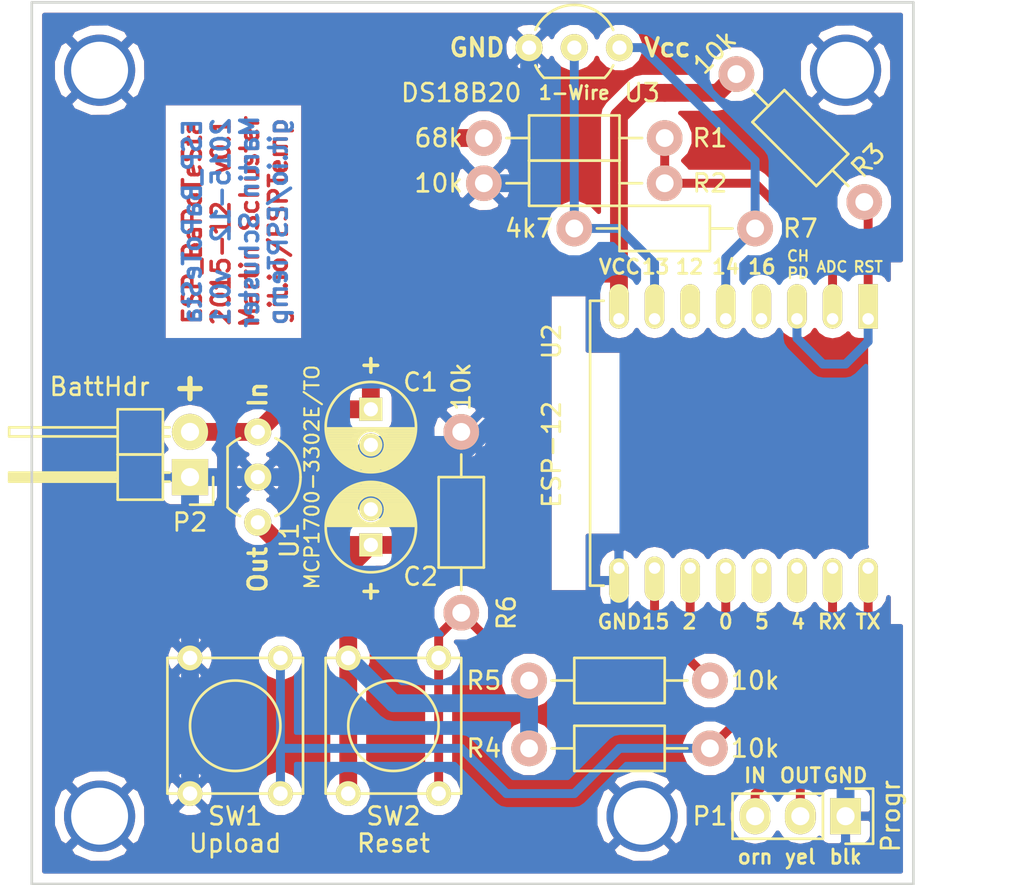
<source format=kicad_pcb>
(kicad_pcb (version 4) (host pcbnew 4.0.0-2.201511301921+6191~38~ubuntu15.04.1-stable)

  (general
    (links 41)
    (no_connects 0)
    (area 95.174999 65.964999 144.855001 115.645001)
    (thickness 1.6)
    (drawings 36)
    (tracks 100)
    (zones 0)
    (modules 20)
    (nets 17)
  )

  (page A4)
  (layers
    (0 F.Cu signal)
    (31 B.Cu signal)
    (33 F.Adhes user)
    (35 F.Paste user)
    (37 F.SilkS user)
    (39 F.Mask user)
    (40 Dwgs.User user)
    (41 Cmts.User user)
    (42 Eco1.User user)
    (43 Eco2.User user)
    (44 Edge.Cuts user)
    (45 Margin user)
    (47 F.CrtYd user hide)
    (49 F.Fab user)
  )

  (setup
    (last_trace_width 0.5)
    (trace_clearance 0.2)
    (zone_clearance 0.508)
    (zone_45_only yes)
    (trace_min 0.2)
    (segment_width 0.2)
    (edge_width 0.15)
    (via_size 0.6)
    (via_drill 0.4)
    (via_min_size 0.4)
    (via_min_drill 0.3)
    (uvia_size 0.3)
    (uvia_drill 0.1)
    (uvias_allowed no)
    (uvia_min_size 0.2)
    (uvia_min_drill 0.1)
    (pcb_text_width 0.3)
    (pcb_text_size 1.5 1.5)
    (mod_edge_width 0.15)
    (mod_text_size 1 1)
    (mod_text_width 0.15)
    (pad_size 4 4)
    (pad_drill 3.2)
    (pad_to_mask_clearance 0.2)
    (aux_axis_origin 95.25 66.04)
    (grid_origin 95.25 66.04)
    (visible_elements FFFFFF7F)
    (pcbplotparams
      (layerselection 0x010a0_80000001)
      (usegerberextensions true)
      (excludeedgelayer true)
      (linewidth 0.100000)
      (plotframeref false)
      (viasonmask false)
      (mode 1)
      (useauxorigin true)
      (hpglpennumber 1)
      (hpglpenspeed 20)
      (hpglpendiameter 15)
      (hpglpenoverlay 2)
      (psnegative false)
      (psa4output false)
      (plotreference true)
      (plotvalue true)
      (plotinvisibletext true)
      (padsonsilk false)
      (subtractmaskfromsilk false)
      (outputformat 1)
      (mirror false)
      (drillshape 0)
      (scaleselection 1)
      (outputdirectory /tmp/gerber/))
  )

  (net 0 "")
  (net 1 +BATT)
  (net 2 GND)
  (net 3 VCC)
  (net 4 "Net-(P1-Pad2)")
  (net 5 "Net-(P1-Pad3)")
  (net 6 "Net-(R1-Pad2)")
  (net 7 "Net-(R3-Pad1)")
  (net 8 "Net-(R4-Pad1)")
  (net 9 "Net-(R5-Pad1)")
  (net 10 "Net-(R6-Pad2)")
  (net 11 "Net-(U2-Pad4)")
  (net 12 "Net-(U2-Pad6)")
  (net 13 /1Wire)
  (net 14 "Net-(U2-Pad13)")
  (net 15 "Net-(U2-Pad14)")
  (net 16 /Pwr1W)

  (net_class Default "This is the default net class."
    (clearance 0.2)
    (trace_width 0.5)
    (via_dia 0.6)
    (via_drill 0.4)
    (uvia_dia 0.3)
    (uvia_drill 0.1)
    (add_net /1Wire)
    (add_net /Pwr1W)
    (add_net "Net-(P1-Pad2)")
    (add_net "Net-(P1-Pad3)")
    (add_net "Net-(R1-Pad2)")
    (add_net "Net-(R3-Pad1)")
    (add_net "Net-(R4-Pad1)")
    (add_net "Net-(R5-Pad1)")
    (add_net "Net-(R6-Pad2)")
    (add_net "Net-(U2-Pad13)")
    (add_net "Net-(U2-Pad14)")
    (add_net "Net-(U2-Pad4)")
    (add_net "Net-(U2-Pad6)")
  )

  (net_class Power ""
    (clearance 0.2)
    (trace_width 1)
    (via_dia 0.6)
    (via_drill 0.4)
    (uvia_dia 0.3)
    (uvia_drill 0.1)
    (add_net +BATT)
    (add_net GND)
    (add_net VCC)
  )

  (module Capacitors_ThroughHole:C_Radial_D5_L11_P2 (layer F.Cu) (tedit 5662D9C9) (tstamp 5662ACDA)
    (at 114.3 88.9 270)
    (descr "Radial Electrolytic Capacitor 5mm x Length 11mm, Pitch 2mm")
    (tags "Electrolytic Capacitor")
    (path /5662B5FD)
    (fp_text reference C1 (at -1.524 -2.794 360) (layer F.SilkS)
      (effects (font (size 1 1) (thickness 0.15)))
    )
    (fp_text value ≥1u (at -3.81 0 360) (layer F.Fab)
      (effects (font (size 1 1) (thickness 0.15)))
    )
    (fp_line (start 1.075 -2.499) (end 1.075 2.499) (layer F.SilkS) (width 0.15))
    (fp_line (start 1.215 -2.491) (end 1.215 -0.154) (layer F.SilkS) (width 0.15))
    (fp_line (start 1.215 0.154) (end 1.215 2.491) (layer F.SilkS) (width 0.15))
    (fp_line (start 1.355 -2.475) (end 1.355 -0.473) (layer F.SilkS) (width 0.15))
    (fp_line (start 1.355 0.473) (end 1.355 2.475) (layer F.SilkS) (width 0.15))
    (fp_line (start 1.495 -2.451) (end 1.495 -0.62) (layer F.SilkS) (width 0.15))
    (fp_line (start 1.495 0.62) (end 1.495 2.451) (layer F.SilkS) (width 0.15))
    (fp_line (start 1.635 -2.418) (end 1.635 -0.712) (layer F.SilkS) (width 0.15))
    (fp_line (start 1.635 0.712) (end 1.635 2.418) (layer F.SilkS) (width 0.15))
    (fp_line (start 1.775 -2.377) (end 1.775 -0.768) (layer F.SilkS) (width 0.15))
    (fp_line (start 1.775 0.768) (end 1.775 2.377) (layer F.SilkS) (width 0.15))
    (fp_line (start 1.915 -2.327) (end 1.915 -0.795) (layer F.SilkS) (width 0.15))
    (fp_line (start 1.915 0.795) (end 1.915 2.327) (layer F.SilkS) (width 0.15))
    (fp_line (start 2.055 -2.266) (end 2.055 -0.798) (layer F.SilkS) (width 0.15))
    (fp_line (start 2.055 0.798) (end 2.055 2.266) (layer F.SilkS) (width 0.15))
    (fp_line (start 2.195 -2.196) (end 2.195 -0.776) (layer F.SilkS) (width 0.15))
    (fp_line (start 2.195 0.776) (end 2.195 2.196) (layer F.SilkS) (width 0.15))
    (fp_line (start 2.335 -2.114) (end 2.335 -0.726) (layer F.SilkS) (width 0.15))
    (fp_line (start 2.335 0.726) (end 2.335 2.114) (layer F.SilkS) (width 0.15))
    (fp_line (start 2.475 -2.019) (end 2.475 -0.644) (layer F.SilkS) (width 0.15))
    (fp_line (start 2.475 0.644) (end 2.475 2.019) (layer F.SilkS) (width 0.15))
    (fp_line (start 2.615 -1.908) (end 2.615 -0.512) (layer F.SilkS) (width 0.15))
    (fp_line (start 2.615 0.512) (end 2.615 1.908) (layer F.SilkS) (width 0.15))
    (fp_line (start 2.755 -1.78) (end 2.755 -0.265) (layer F.SilkS) (width 0.15))
    (fp_line (start 2.755 0.265) (end 2.755 1.78) (layer F.SilkS) (width 0.15))
    (fp_line (start 2.895 -1.631) (end 2.895 1.631) (layer F.SilkS) (width 0.15))
    (fp_line (start 3.035 -1.452) (end 3.035 1.452) (layer F.SilkS) (width 0.15))
    (fp_line (start 3.175 -1.233) (end 3.175 1.233) (layer F.SilkS) (width 0.15))
    (fp_line (start 3.315 -0.944) (end 3.315 0.944) (layer F.SilkS) (width 0.15))
    (fp_line (start 3.455 -0.472) (end 3.455 0.472) (layer F.SilkS) (width 0.15))
    (fp_circle (center 2 0) (end 2 -0.8) (layer F.SilkS) (width 0.15))
    (fp_circle (center 1 0) (end 1 -2.5375) (layer F.SilkS) (width 0.15))
    (fp_circle (center 1 0) (end 1 -2.8) (layer F.CrtYd) (width 0.05))
    (pad 1 thru_hole rect (at 0 0 270) (size 1.3 1.3) (drill 0.8) (layers *.Cu *.Mask F.SilkS)
      (net 1 +BATT))
    (pad 2 thru_hole circle (at 2 0 270) (size 1.3 1.3) (drill 0.8) (layers *.Cu *.Mask F.SilkS)
      (net 2 GND))
    (model Capacitors_ThroughHole.3dshapes/C_Radial_D5_L11_P2.wrl
      (at (xyz 0 0 0))
      (scale (xyz 1 1 1))
      (rotate (xyz 0 0 0))
    )
  )

  (module Capacitors_ThroughHole:C_Radial_D5_L11_P2 (layer F.Cu) (tedit 5662D9D3) (tstamp 5662ACE0)
    (at 114.3 96.52 90)
    (descr "Radial Electrolytic Capacitor 5mm x Length 11mm, Pitch 2mm")
    (tags "Electrolytic Capacitor")
    (path /5662B72E)
    (fp_text reference C2 (at -1.778 2.794 180) (layer F.SilkS)
      (effects (font (size 1 1) (thickness 0.15)))
    )
    (fp_text value ≥1u (at -3.81 0 180) (layer F.Fab)
      (effects (font (size 1 1) (thickness 0.15)))
    )
    (fp_line (start 1.075 -2.499) (end 1.075 2.499) (layer F.SilkS) (width 0.15))
    (fp_line (start 1.215 -2.491) (end 1.215 -0.154) (layer F.SilkS) (width 0.15))
    (fp_line (start 1.215 0.154) (end 1.215 2.491) (layer F.SilkS) (width 0.15))
    (fp_line (start 1.355 -2.475) (end 1.355 -0.473) (layer F.SilkS) (width 0.15))
    (fp_line (start 1.355 0.473) (end 1.355 2.475) (layer F.SilkS) (width 0.15))
    (fp_line (start 1.495 -2.451) (end 1.495 -0.62) (layer F.SilkS) (width 0.15))
    (fp_line (start 1.495 0.62) (end 1.495 2.451) (layer F.SilkS) (width 0.15))
    (fp_line (start 1.635 -2.418) (end 1.635 -0.712) (layer F.SilkS) (width 0.15))
    (fp_line (start 1.635 0.712) (end 1.635 2.418) (layer F.SilkS) (width 0.15))
    (fp_line (start 1.775 -2.377) (end 1.775 -0.768) (layer F.SilkS) (width 0.15))
    (fp_line (start 1.775 0.768) (end 1.775 2.377) (layer F.SilkS) (width 0.15))
    (fp_line (start 1.915 -2.327) (end 1.915 -0.795) (layer F.SilkS) (width 0.15))
    (fp_line (start 1.915 0.795) (end 1.915 2.327) (layer F.SilkS) (width 0.15))
    (fp_line (start 2.055 -2.266) (end 2.055 -0.798) (layer F.SilkS) (width 0.15))
    (fp_line (start 2.055 0.798) (end 2.055 2.266) (layer F.SilkS) (width 0.15))
    (fp_line (start 2.195 -2.196) (end 2.195 -0.776) (layer F.SilkS) (width 0.15))
    (fp_line (start 2.195 0.776) (end 2.195 2.196) (layer F.SilkS) (width 0.15))
    (fp_line (start 2.335 -2.114) (end 2.335 -0.726) (layer F.SilkS) (width 0.15))
    (fp_line (start 2.335 0.726) (end 2.335 2.114) (layer F.SilkS) (width 0.15))
    (fp_line (start 2.475 -2.019) (end 2.475 -0.644) (layer F.SilkS) (width 0.15))
    (fp_line (start 2.475 0.644) (end 2.475 2.019) (layer F.SilkS) (width 0.15))
    (fp_line (start 2.615 -1.908) (end 2.615 -0.512) (layer F.SilkS) (width 0.15))
    (fp_line (start 2.615 0.512) (end 2.615 1.908) (layer F.SilkS) (width 0.15))
    (fp_line (start 2.755 -1.78) (end 2.755 -0.265) (layer F.SilkS) (width 0.15))
    (fp_line (start 2.755 0.265) (end 2.755 1.78) (layer F.SilkS) (width 0.15))
    (fp_line (start 2.895 -1.631) (end 2.895 1.631) (layer F.SilkS) (width 0.15))
    (fp_line (start 3.035 -1.452) (end 3.035 1.452) (layer F.SilkS) (width 0.15))
    (fp_line (start 3.175 -1.233) (end 3.175 1.233) (layer F.SilkS) (width 0.15))
    (fp_line (start 3.315 -0.944) (end 3.315 0.944) (layer F.SilkS) (width 0.15))
    (fp_line (start 3.455 -0.472) (end 3.455 0.472) (layer F.SilkS) (width 0.15))
    (fp_circle (center 2 0) (end 2 -0.8) (layer F.SilkS) (width 0.15))
    (fp_circle (center 1 0) (end 1 -2.5375) (layer F.SilkS) (width 0.15))
    (fp_circle (center 1 0) (end 1 -2.8) (layer F.CrtYd) (width 0.05))
    (pad 1 thru_hole rect (at 0 0 90) (size 1.3 1.3) (drill 0.8) (layers *.Cu *.Mask F.SilkS)
      (net 3 VCC))
    (pad 2 thru_hole circle (at 2 0 90) (size 1.3 1.3) (drill 0.8) (layers *.Cu *.Mask F.SilkS)
      (net 2 GND))
    (model Capacitors_ThroughHole.3dshapes/C_Radial_D5_L11_P2.wrl
      (at (xyz 0 0 0))
      (scale (xyz 1 1 1))
      (rotate (xyz 0 0 0))
    )
  )

  (module Resistors_ThroughHole:Resistor_Horizontal_RM10mm (layer F.Cu) (tedit 5663FE5B) (tstamp 5662ACED)
    (at 125.73 73.66)
    (descr "Resistor, Axial,  RM 10mm, 1/3W,")
    (tags "Resistor, Axial, RM 10mm, 1/3W,")
    (path /56629976)
    (fp_text reference R1 (at 7.62 0) (layer F.SilkS)
      (effects (font (size 1 1) (thickness 0.15)))
    )
    (fp_text value 68k (at -7.62 0) (layer F.SilkS)
      (effects (font (size 1 1) (thickness 0.15)))
    )
    (fp_line (start -2.54 -1.27) (end 2.54 -1.27) (layer F.SilkS) (width 0.15))
    (fp_line (start 2.54 -1.27) (end 2.54 1.27) (layer F.SilkS) (width 0.15))
    (fp_line (start 2.54 1.27) (end -2.54 1.27) (layer F.SilkS) (width 0.15))
    (fp_line (start -2.54 1.27) (end -2.54 -1.27) (layer F.SilkS) (width 0.15))
    (fp_line (start -2.54 0) (end -3.81 0) (layer F.SilkS) (width 0.15))
    (fp_line (start 2.54 0) (end 3.81 0) (layer F.SilkS) (width 0.15))
    (pad 1 thru_hole circle (at -5.08 0) (size 1.99898 1.99898) (drill 1.00076) (layers *.Cu *.SilkS *.Mask)
      (net 1 +BATT))
    (pad 2 thru_hole circle (at 5.08 0) (size 1.99898 1.99898) (drill 1.00076) (layers *.Cu *.SilkS *.Mask)
      (net 6 "Net-(R1-Pad2)"))
    (model Resistors_ThroughHole.3dshapes/Resistor_Horizontal_RM10mm.wrl
      (at (xyz 0 0 0))
      (scale (xyz 0.4 0.4 0.4))
      (rotate (xyz 0 0 0))
    )
  )

  (module Resistors_ThroughHole:Resistor_Horizontal_RM10mm (layer F.Cu) (tedit 5663FE50) (tstamp 5662ACF3)
    (at 125.73 76.2 180)
    (descr "Resistor, Axial,  RM 10mm, 1/3W,")
    (tags "Resistor, Axial, RM 10mm, 1/3W,")
    (path /566299C7)
    (fp_text reference R2 (at -7.62 0 180) (layer F.SilkS)
      (effects (font (size 1 1) (thickness 0.15)))
    )
    (fp_text value 10k (at 7.62 0 180) (layer F.SilkS)
      (effects (font (size 1 1) (thickness 0.15)))
    )
    (fp_line (start -2.54 -1.27) (end 2.54 -1.27) (layer F.SilkS) (width 0.15))
    (fp_line (start 2.54 -1.27) (end 2.54 1.27) (layer F.SilkS) (width 0.15))
    (fp_line (start 2.54 1.27) (end -2.54 1.27) (layer F.SilkS) (width 0.15))
    (fp_line (start -2.54 1.27) (end -2.54 -1.27) (layer F.SilkS) (width 0.15))
    (fp_line (start -2.54 0) (end -3.81 0) (layer F.SilkS) (width 0.15))
    (fp_line (start 2.54 0) (end 3.81 0) (layer F.SilkS) (width 0.15))
    (pad 1 thru_hole circle (at -5.08 0 180) (size 1.99898 1.99898) (drill 1.00076) (layers *.Cu *.SilkS *.Mask)
      (net 6 "Net-(R1-Pad2)"))
    (pad 2 thru_hole circle (at 5.08 0 180) (size 1.99898 1.99898) (drill 1.00076) (layers *.Cu *.SilkS *.Mask)
      (net 2 GND))
    (model Resistors_ThroughHole.3dshapes/Resistor_Horizontal_RM10mm.wrl
      (at (xyz 0 0 0))
      (scale (xyz 0.4 0.4 0.4))
      (rotate (xyz 0 0 0))
    )
  )

  (module Resistors_ThroughHole:Resistor_Horizontal_RM10mm (layer F.Cu) (tedit 5663FE4B) (tstamp 5662ACF9)
    (at 138.43 73.66 135)
    (descr "Resistor, Axial,  RM 10mm, 1/3W,")
    (tags "Resistor, Axial, RM 10mm, 1/3W,")
    (path /56628A61)
    (fp_text reference R3 (at -3.592102 1.796051 225) (layer F.SilkS)
      (effects (font (size 1 1) (thickness 0.15)))
    )
    (fp_text value 10k (at 6.824995 0 225) (layer F.SilkS)
      (effects (font (size 1 1) (thickness 0.15)))
    )
    (fp_line (start -2.54 -1.27) (end 2.54 -1.27) (layer F.SilkS) (width 0.15))
    (fp_line (start 2.54 -1.27) (end 2.54 1.27) (layer F.SilkS) (width 0.15))
    (fp_line (start 2.54 1.27) (end -2.54 1.27) (layer F.SilkS) (width 0.15))
    (fp_line (start -2.54 1.27) (end -2.54 -1.27) (layer F.SilkS) (width 0.15))
    (fp_line (start -2.54 0) (end -3.81 0) (layer F.SilkS) (width 0.15))
    (fp_line (start 2.54 0) (end 3.81 0) (layer F.SilkS) (width 0.15))
    (pad 1 thru_hole circle (at -5.08 0 135) (size 1.99898 1.99898) (drill 1.00076) (layers *.Cu *.SilkS *.Mask)
      (net 7 "Net-(R3-Pad1)"))
    (pad 2 thru_hole circle (at 5.08 0 135) (size 1.99898 1.99898) (drill 1.00076) (layers *.Cu *.SilkS *.Mask)
      (net 3 VCC))
    (model Resistors_ThroughHole.3dshapes/Resistor_Horizontal_RM10mm.wrl
      (at (xyz 0 0 0))
      (scale (xyz 0.4 0.4 0.4))
      (rotate (xyz 0 0 0))
    )
  )

  (module Resistors_ThroughHole:Resistor_Horizontal_RM10mm (layer F.Cu) (tedit 5663FFB0) (tstamp 5662ACFF)
    (at 128.27 107.95 180)
    (descr "Resistor, Axial,  RM 10mm, 1/3W,")
    (tags "Resistor, Axial, RM 10mm, 1/3W,")
    (path /5662879A)
    (fp_text reference R4 (at 7.62 0 180) (layer F.SilkS)
      (effects (font (size 1 1) (thickness 0.15)))
    )
    (fp_text value 10k (at -7.62 0 180) (layer F.SilkS)
      (effects (font (size 1 1) (thickness 0.15)))
    )
    (fp_line (start -2.54 -1.27) (end 2.54 -1.27) (layer F.SilkS) (width 0.15))
    (fp_line (start 2.54 -1.27) (end 2.54 1.27) (layer F.SilkS) (width 0.15))
    (fp_line (start 2.54 1.27) (end -2.54 1.27) (layer F.SilkS) (width 0.15))
    (fp_line (start -2.54 1.27) (end -2.54 -1.27) (layer F.SilkS) (width 0.15))
    (fp_line (start -2.54 0) (end -3.81 0) (layer F.SilkS) (width 0.15))
    (fp_line (start 2.54 0) (end 3.81 0) (layer F.SilkS) (width 0.15))
    (pad 1 thru_hole circle (at -5.08 0 180) (size 1.99898 1.99898) (drill 1.00076) (layers *.Cu *.SilkS *.Mask)
      (net 8 "Net-(R4-Pad1)"))
    (pad 2 thru_hole circle (at 5.08 0 180) (size 1.99898 1.99898) (drill 1.00076) (layers *.Cu *.SilkS *.Mask)
      (net 3 VCC))
    (model Resistors_ThroughHole.3dshapes/Resistor_Horizontal_RM10mm.wrl
      (at (xyz 0 0 0))
      (scale (xyz 0.4 0.4 0.4))
      (rotate (xyz 0 0 0))
    )
  )

  (module Resistors_ThroughHole:Resistor_Horizontal_RM10mm (layer F.Cu) (tedit 5663FFAD) (tstamp 5662AD05)
    (at 128.27 104.14 180)
    (descr "Resistor, Axial,  RM 10mm, 1/3W,")
    (tags "Resistor, Axial, RM 10mm, 1/3W,")
    (path /56628865)
    (fp_text reference R5 (at 7.62 0 180) (layer F.SilkS)
      (effects (font (size 1 1) (thickness 0.15)))
    )
    (fp_text value 10k (at -7.62 0 180) (layer F.SilkS)
      (effects (font (size 1 1) (thickness 0.15)))
    )
    (fp_line (start -2.54 -1.27) (end 2.54 -1.27) (layer F.SilkS) (width 0.15))
    (fp_line (start 2.54 -1.27) (end 2.54 1.27) (layer F.SilkS) (width 0.15))
    (fp_line (start 2.54 1.27) (end -2.54 1.27) (layer F.SilkS) (width 0.15))
    (fp_line (start -2.54 1.27) (end -2.54 -1.27) (layer F.SilkS) (width 0.15))
    (fp_line (start -2.54 0) (end -3.81 0) (layer F.SilkS) (width 0.15))
    (fp_line (start 2.54 0) (end 3.81 0) (layer F.SilkS) (width 0.15))
    (pad 1 thru_hole circle (at -5.08 0 180) (size 1.99898 1.99898) (drill 1.00076) (layers *.Cu *.SilkS *.Mask)
      (net 9 "Net-(R5-Pad1)"))
    (pad 2 thru_hole circle (at 5.08 0 180) (size 1.99898 1.99898) (drill 1.00076) (layers *.Cu *.SilkS *.Mask)
      (net 3 VCC))
    (model Resistors_ThroughHole.3dshapes/Resistor_Horizontal_RM10mm.wrl
      (at (xyz 0 0 0))
      (scale (xyz 0.4 0.4 0.4))
      (rotate (xyz 0 0 0))
    )
  )

  (module Resistors_ThroughHole:Resistor_Horizontal_RM10mm (layer F.Cu) (tedit 5663FF82) (tstamp 5662AD0B)
    (at 119.38 95.25 270)
    (descr "Resistor, Axial,  RM 10mm, 1/3W,")
    (tags "Resistor, Axial, RM 10mm, 1/3W,")
    (path /56628956)
    (fp_text reference R6 (at 5.08 -2.54 270) (layer F.SilkS)
      (effects (font (size 1 1) (thickness 0.15)))
    )
    (fp_text value 10k (at -7.62 0 270) (layer F.SilkS)
      (effects (font (size 1 1) (thickness 0.15)))
    )
    (fp_line (start -2.54 -1.27) (end 2.54 -1.27) (layer F.SilkS) (width 0.15))
    (fp_line (start 2.54 -1.27) (end 2.54 1.27) (layer F.SilkS) (width 0.15))
    (fp_line (start 2.54 1.27) (end -2.54 1.27) (layer F.SilkS) (width 0.15))
    (fp_line (start -2.54 1.27) (end -2.54 -1.27) (layer F.SilkS) (width 0.15))
    (fp_line (start -2.54 0) (end -3.81 0) (layer F.SilkS) (width 0.15))
    (fp_line (start 2.54 0) (end 3.81 0) (layer F.SilkS) (width 0.15))
    (pad 1 thru_hole circle (at -5.08 0 270) (size 1.99898 1.99898) (drill 1.00076) (layers *.Cu *.SilkS *.Mask)
      (net 2 GND))
    (pad 2 thru_hole circle (at 5.08 0 270) (size 1.99898 1.99898) (drill 1.00076) (layers *.Cu *.SilkS *.Mask)
      (net 10 "Net-(R6-Pad2)"))
    (model Resistors_ThroughHole.3dshapes/Resistor_Horizontal_RM10mm.wrl
      (at (xyz 0 0 0))
      (scale (xyz 0.4 0.4 0.4))
      (rotate (xyz 0 0 0))
    )
  )

  (module TO_SOT_Packages_THT:TO-92_Inline_Wide (layer F.Cu) (tedit 5663FE90) (tstamp 5662AD1E)
    (at 107.95 90.17 270)
    (descr "TO-92 leads in-line, wide, drill 0.8mm (see NXP sot054_po.pdf)")
    (tags "to-92 sc-43 sc-43a sot54 PA33 transistor")
    (path /56627D6F)
    (fp_text reference U1 (at 6.096 -1.778 450) (layer F.SilkS)
      (effects (font (size 1 1) (thickness 0.15)))
    )
    (fp_text value MCP1700-3302E/TO (at 2.54 -3.048 270) (layer F.SilkS)
      (effects (font (size 0.8 0.8) (thickness 0.12)))
    )
    (fp_arc (start 2.54 0) (end 0.84 1.7) (angle 20.5) (layer F.SilkS) (width 0.15))
    (fp_arc (start 2.54 0) (end 4.24 1.7) (angle -20.5) (layer F.SilkS) (width 0.15))
    (fp_line (start -1 1.95) (end -1 -2.65) (layer F.CrtYd) (width 0.05))
    (fp_line (start -1 1.95) (end 6.1 1.95) (layer F.CrtYd) (width 0.05))
    (fp_line (start 0.84 1.7) (end 4.24 1.7) (layer F.SilkS) (width 0.15))
    (fp_arc (start 2.54 0) (end 2.54 -2.4) (angle -65.55604127) (layer F.SilkS) (width 0.15))
    (fp_arc (start 2.54 0) (end 2.54 -2.4) (angle 65.55604127) (layer F.SilkS) (width 0.15))
    (fp_line (start -1 -2.65) (end 6.1 -2.65) (layer F.CrtYd) (width 0.05))
    (fp_line (start 6.1 1.95) (end 6.1 -2.65) (layer F.CrtYd) (width 0.05))
    (pad 2 thru_hole circle (at 2.54 0) (size 1.524 1.524) (drill 0.8) (layers *.Cu *.Mask F.SilkS)
      (net 2 GND))
    (pad 3 thru_hole circle (at 5.08 0) (size 1.524 1.524) (drill 0.8) (layers *.Cu *.Mask F.SilkS)
      (net 3 VCC))
    (pad 1 thru_hole circle (at 0 0) (size 1.524 1.524) (drill 0.8) (layers *.Cu *.Mask F.SilkS)
      (net 1 +BATT))
    (model TO_SOT_Packages_THT.3dshapes/TO-92_Inline_Wide.wrl
      (at (xyz 0.1 0 0))
      (scale (xyz 1 1 1))
      (rotate (xyz 0 0 -90))
    )
  )

  (module ESP8266:ESP-12 (layer F.Cu) (tedit 5663FF8A) (tstamp 5662AD32)
    (at 142.24 83.82 270)
    (descr "Module, ESP-8266, ESP-12, 16 pad, SMD")
    (tags "Module ESP-8266 ESP8266")
    (path /56628017)
    (fp_text reference U2 (at 1.27 17.78 450) (layer F.SilkS)
      (effects (font (size 1 1) (thickness 0.15)))
    )
    (fp_text value ESP-12 (at 7.62 17.78 270) (layer F.SilkS)
      (effects (font (size 1 1) (thickness 0.15)))
    )
    (fp_line (start -2.25 -0.5) (end -2.25 -8.75) (layer F.CrtYd) (width 0.05))
    (fp_line (start -2.25 -8.75) (end 15.25 -8.75) (layer F.CrtYd) (width 0.05))
    (fp_line (start 15.25 -8.75) (end 16.25 -8.75) (layer F.CrtYd) (width 0.05))
    (fp_line (start 16.25 -8.75) (end 16.25 16) (layer F.CrtYd) (width 0.05))
    (fp_line (start 16.25 16) (end -2.25 16) (layer F.CrtYd) (width 0.05))
    (fp_line (start -2.25 16) (end -2.25 -0.5) (layer F.CrtYd) (width 0.05))
    (fp_line (start -1.016 -8.382) (end 14.986 -8.382) (layer F.CrtYd) (width 0.1524))
    (fp_line (start 14.986 -8.382) (end 14.986 -0.889) (layer F.CrtYd) (width 0.1524))
    (fp_line (start -1.016 -8.382) (end -1.016 -1.016) (layer F.CrtYd) (width 0.1524))
    (fp_line (start -1.016 14.859) (end -1.016 15.621) (layer F.SilkS) (width 0.1524))
    (fp_line (start -1.016 15.621) (end 14.986 15.621) (layer F.SilkS) (width 0.1524))
    (fp_line (start 14.986 15.621) (end 14.986 14.859) (layer F.SilkS) (width 0.1524))
    (fp_line (start 14.992 -8.4) (end -1.008 -2.6) (layer F.CrtYd) (width 0.1524))
    (fp_line (start -1.008 -8.4) (end 14.992 -2.6) (layer F.CrtYd) (width 0.1524))
    (fp_text user "No Copper" (at 6.892 -5.4 270) (layer F.CrtYd)
      (effects (font (size 1 1) (thickness 0.15)))
    )
    (fp_line (start -1.008 -2.6) (end 14.992 -2.6) (layer F.CrtYd) (width 0.1524))
    (fp_line (start 15 -8.4) (end 15 15.6) (layer F.Fab) (width 0.05))
    (fp_line (start 14.992 15.6) (end -1.008 15.6) (layer F.Fab) (width 0.05))
    (fp_line (start -1.008 15.6) (end -1.008 -8.4) (layer F.Fab) (width 0.05))
    (fp_line (start -1.008 -8.4) (end 14.992 -8.4) (layer F.Fab) (width 0.05))
    (pad 1 thru_hole rect (at 0 0 270) (size 2.5 1.1) (drill 0.65 (offset -0.7 0)) (layers *.Cu *.Mask F.SilkS)
      (net 7 "Net-(R3-Pad1)"))
    (pad 2 thru_hole oval (at 0 2 270) (size 2.5 1.1) (drill 0.65 (offset -0.7 0)) (layers *.Cu *.Mask F.SilkS)
      (net 6 "Net-(R1-Pad2)"))
    (pad 3 thru_hole oval (at 0 4 270) (size 2.5 1.1) (drill 0.65 (offset -0.7 0)) (layers *.Cu *.Mask F.SilkS)
      (net 7 "Net-(R3-Pad1)"))
    (pad 4 thru_hole oval (at 0 6 270) (size 2.5 1.1) (drill 0.65 (offset -0.7 0)) (layers *.Cu *.Mask F.SilkS)
      (net 11 "Net-(U2-Pad4)"))
    (pad 5 thru_hole oval (at 0 8 270) (size 2.5 1.1) (drill 0.65 (offset -0.7 0)) (layers *.Cu *.Mask F.SilkS)
      (net 16 /Pwr1W))
    (pad 6 thru_hole oval (at 0 10 270) (size 2.5 1.1) (drill 0.65 (offset -0.7 0)) (layers *.Cu *.Mask F.SilkS)
      (net 12 "Net-(U2-Pad6)"))
    (pad 7 thru_hole oval (at 0 12 270) (size 2.5 1.1) (drill 0.65 (offset -0.7 0)) (layers *.Cu *.Mask F.SilkS)
      (net 13 /1Wire))
    (pad 8 thru_hole oval (at 0 14 270) (size 2.5 1.1) (drill 0.65 (offset -0.7 0)) (layers *.Cu *.Mask F.SilkS)
      (net 3 VCC))
    (pad 9 thru_hole oval (at 14 14 270) (size 2.5 1.1) (drill 0.65 (offset 0.7 0)) (layers *.Cu *.Mask F.SilkS)
      (net 2 GND))
    (pad 10 thru_hole oval (at 14 12 270) (size 2.5 1.1) (drill 0.65 (offset 0.6 0)) (layers *.Cu *.Mask F.SilkS)
      (net 10 "Net-(R6-Pad2)"))
    (pad 11 thru_hole oval (at 14 10 270) (size 2.5 1.1) (drill 0.65 (offset 0.7 0)) (layers *.Cu *.Mask F.SilkS)
      (net 9 "Net-(R5-Pad1)"))
    (pad 12 thru_hole oval (at 14 8 270) (size 2.5 1.1) (drill 0.65 (offset 0.7 0)) (layers *.Cu *.Mask F.SilkS)
      (net 8 "Net-(R4-Pad1)"))
    (pad 13 thru_hole oval (at 14 6 270) (size 2.5 1.1) (drill 0.65 (offset 0.7 0)) (layers *.Cu *.Mask F.SilkS)
      (net 14 "Net-(U2-Pad13)"))
    (pad 14 thru_hole oval (at 14 4 270) (size 2.5 1.1) (drill 0.65 (offset 0.7 0)) (layers *.Cu *.Mask F.SilkS)
      (net 15 "Net-(U2-Pad14)"))
    (pad 15 thru_hole oval (at 14 2 270) (size 2.5 1.1) (drill 0.65 (offset 0.7 0)) (layers *.Cu *.Mask F.SilkS)
      (net 5 "Net-(P1-Pad3)"))
    (pad 16 thru_hole oval (at 14 0 270) (size 2.5 1.1) (drill 0.65 (offset 0.7 0)) (layers *.Cu *.Mask F.SilkS)
      (net 4 "Net-(P1-Pad2)"))
    (model ${ESPLIB}/ESP8266.3dshapes/ESP-12.wrl
      (at (xyz 0 0 0))
      (scale (xyz 0.3937 0.3937 0.3937))
      (rotate (xyz 0 0 0))
    )
  )

  (module TO_SOT_Packages_THT:TO-92_Inline_Wide (layer F.Cu) (tedit 5663F7CE) (tstamp 5662AD39)
    (at 123.19 68.58)
    (descr "TO-92 leads in-line, wide, drill 0.8mm (see NXP sot054_po.pdf)")
    (tags "to-92 sc-43 sc-43a sot54 PA33 transistor")
    (path /56628486)
    (fp_text reference U3 (at 6.35 2.54 180) (layer F.SilkS)
      (effects (font (size 1 1) (thickness 0.15)))
    )
    (fp_text value DS18B20 (at -3.81 2.54) (layer F.SilkS)
      (effects (font (size 1 1) (thickness 0.15)))
    )
    (fp_arc (start 2.54 0) (end 0.84 1.7) (angle 20.5) (layer F.SilkS) (width 0.15))
    (fp_arc (start 2.54 0) (end 4.24 1.7) (angle -20.5) (layer F.SilkS) (width 0.15))
    (fp_line (start -1 1.95) (end -1 -2.65) (layer F.CrtYd) (width 0.05))
    (fp_line (start -1 1.95) (end 6.1 1.95) (layer F.CrtYd) (width 0.05))
    (fp_line (start 0.84 1.7) (end 4.24 1.7) (layer F.SilkS) (width 0.15))
    (fp_arc (start 2.54 0) (end 2.54 -2.4) (angle -65.55604127) (layer F.SilkS) (width 0.15))
    (fp_arc (start 2.54 0) (end 2.54 -2.4) (angle 65.55604127) (layer F.SilkS) (width 0.15))
    (fp_line (start -1 -2.65) (end 6.1 -2.65) (layer F.CrtYd) (width 0.05))
    (fp_line (start 6.1 1.95) (end 6.1 -2.65) (layer F.CrtYd) (width 0.05))
    (pad 2 thru_hole circle (at 2.54 0 90) (size 1.524 1.524) (drill 0.8) (layers *.Cu *.Mask F.SilkS)
      (net 13 /1Wire))
    (pad 3 thru_hole circle (at 5.08 0 90) (size 1.524 1.524) (drill 0.8) (layers *.Cu *.Mask F.SilkS)
      (net 16 /Pwr1W))
    (pad 1 thru_hole circle (at 0 0 90) (size 1.524 1.524) (drill 0.8) (layers *.Cu *.Mask F.SilkS)
      (net 2 GND))
    (model TO_SOT_Packages_THT.3dshapes/TO-92_Inline_Wide.wrl
      (at (xyz 0.1 0 0))
      (scale (xyz 1 1 1))
      (rotate (xyz 0 0 -90))
    )
  )

  (module Pin_Headers:Pin_Header_Angled_1x02 (layer F.Cu) (tedit 5663FE61) (tstamp 5662AF50)
    (at 104.14 92.71 180)
    (descr "Through hole pin header")
    (tags "pin header")
    (path /5662C8D4)
    (fp_text reference P2 (at 0 -2.54 180) (layer F.SilkS)
      (effects (font (size 1 1) (thickness 0.15)))
    )
    (fp_text value BattHdr (at 5.08 5.08 180) (layer F.SilkS)
      (effects (font (size 1 1) (thickness 0.15)))
    )
    (fp_line (start -1.5 -1.75) (end -1.5 4.3) (layer F.CrtYd) (width 0.05))
    (fp_line (start 10.65 -1.75) (end 10.65 4.3) (layer F.CrtYd) (width 0.05))
    (fp_line (start -1.5 -1.75) (end 10.65 -1.75) (layer F.CrtYd) (width 0.05))
    (fp_line (start -1.5 4.3) (end 10.65 4.3) (layer F.CrtYd) (width 0.05))
    (fp_line (start -1.3 -1.55) (end -1.3 0) (layer F.SilkS) (width 0.15))
    (fp_line (start 0 -1.55) (end -1.3 -1.55) (layer F.SilkS) (width 0.15))
    (fp_line (start 4.191 -0.127) (end 10.033 -0.127) (layer F.SilkS) (width 0.15))
    (fp_line (start 10.033 -0.127) (end 10.033 0.127) (layer F.SilkS) (width 0.15))
    (fp_line (start 10.033 0.127) (end 4.191 0.127) (layer F.SilkS) (width 0.15))
    (fp_line (start 4.191 0.127) (end 4.191 0) (layer F.SilkS) (width 0.15))
    (fp_line (start 4.191 0) (end 10.033 0) (layer F.SilkS) (width 0.15))
    (fp_line (start 1.524 -0.254) (end 1.143 -0.254) (layer F.SilkS) (width 0.15))
    (fp_line (start 1.524 0.254) (end 1.143 0.254) (layer F.SilkS) (width 0.15))
    (fp_line (start 1.524 2.286) (end 1.143 2.286) (layer F.SilkS) (width 0.15))
    (fp_line (start 1.524 2.794) (end 1.143 2.794) (layer F.SilkS) (width 0.15))
    (fp_line (start 1.524 -1.27) (end 4.064 -1.27) (layer F.SilkS) (width 0.15))
    (fp_line (start 1.524 1.27) (end 4.064 1.27) (layer F.SilkS) (width 0.15))
    (fp_line (start 1.524 1.27) (end 1.524 3.81) (layer F.SilkS) (width 0.15))
    (fp_line (start 1.524 3.81) (end 4.064 3.81) (layer F.SilkS) (width 0.15))
    (fp_line (start 4.064 2.286) (end 10.16 2.286) (layer F.SilkS) (width 0.15))
    (fp_line (start 10.16 2.286) (end 10.16 2.794) (layer F.SilkS) (width 0.15))
    (fp_line (start 10.16 2.794) (end 4.064 2.794) (layer F.SilkS) (width 0.15))
    (fp_line (start 4.064 3.81) (end 4.064 1.27) (layer F.SilkS) (width 0.15))
    (fp_line (start 4.064 1.27) (end 4.064 -1.27) (layer F.SilkS) (width 0.15))
    (fp_line (start 10.16 0.254) (end 4.064 0.254) (layer F.SilkS) (width 0.15))
    (fp_line (start 10.16 -0.254) (end 10.16 0.254) (layer F.SilkS) (width 0.15))
    (fp_line (start 4.064 -0.254) (end 10.16 -0.254) (layer F.SilkS) (width 0.15))
    (fp_line (start 1.524 1.27) (end 4.064 1.27) (layer F.SilkS) (width 0.15))
    (fp_line (start 1.524 -1.27) (end 1.524 1.27) (layer F.SilkS) (width 0.15))
    (pad 1 thru_hole rect (at 0 0 180) (size 2.032 2.032) (drill 1.016) (layers *.Cu *.Mask F.SilkS)
      (net 2 GND))
    (pad 2 thru_hole oval (at 0 2.54 180) (size 2.032 2.032) (drill 1.016) (layers *.Cu *.Mask F.SilkS)
      (net 1 +BATT))
    (model Pin_Headers.3dshapes/Pin_Header_Angled_1x02.wrl
      (at (xyz 0 -0.05 0))
      (scale (xyz 1 1 1))
      (rotate (xyz 0 0 90))
    )
  )

  (module Resistors_ThroughHole:Resistor_Horizontal_RM10mm (layer F.Cu) (tedit 5663FE55) (tstamp 5662AF56)
    (at 130.81 78.74 180)
    (descr "Resistor, Axial,  RM 10mm, 1/3W,")
    (tags "Resistor, Axial, RM 10mm, 1/3W,")
    (path /5662C4A4)
    (fp_text reference R7 (at -7.62 0 180) (layer F.SilkS)
      (effects (font (size 1 1) (thickness 0.15)))
    )
    (fp_text value 4k7 (at 7.62 0 180) (layer F.SilkS)
      (effects (font (size 1 1) (thickness 0.15)))
    )
    (fp_line (start -2.54 -1.27) (end 2.54 -1.27) (layer F.SilkS) (width 0.15))
    (fp_line (start 2.54 -1.27) (end 2.54 1.27) (layer F.SilkS) (width 0.15))
    (fp_line (start 2.54 1.27) (end -2.54 1.27) (layer F.SilkS) (width 0.15))
    (fp_line (start -2.54 1.27) (end -2.54 -1.27) (layer F.SilkS) (width 0.15))
    (fp_line (start -2.54 0) (end -3.81 0) (layer F.SilkS) (width 0.15))
    (fp_line (start 2.54 0) (end 3.81 0) (layer F.SilkS) (width 0.15))
    (pad 1 thru_hole circle (at -5.08 0 180) (size 1.99898 1.99898) (drill 1.00076) (layers *.Cu *.SilkS *.Mask)
      (net 16 /Pwr1W))
    (pad 2 thru_hole circle (at 5.08 0 180) (size 1.99898 1.99898) (drill 1.00076) (layers *.Cu *.SilkS *.Mask)
      (net 13 /1Wire))
    (model Resistors_ThroughHole.3dshapes/Resistor_Horizontal_RM10mm.wrl
      (at (xyz 0 0 0))
      (scale (xyz 0.4 0.4 0.4))
      (rotate (xyz 0 0 0))
    )
  )

  (module Buttons_Switches_ThroughHole:SW_PUSH_SMALL (layer F.Cu) (tedit 5663FFA2) (tstamp 5662CC0A)
    (at 106.68 106.68 270)
    (path /56628BAD)
    (fp_text reference SW1 (at 5.08 0 360) (layer F.SilkS)
      (effects (font (size 1 1) (thickness 0.15)))
    )
    (fp_text value Upload (at 6.604 0 360) (layer F.SilkS)
      (effects (font (size 1 1) (thickness 0.15)))
    )
    (fp_circle (center 0 0) (end 0 -2.54) (layer F.SilkS) (width 0.15))
    (fp_line (start -3.81 -3.81) (end 3.81 -3.81) (layer F.SilkS) (width 0.15))
    (fp_line (start 3.81 -3.81) (end 3.81 3.81) (layer F.SilkS) (width 0.15))
    (fp_line (start 3.81 3.81) (end -3.81 3.81) (layer F.SilkS) (width 0.15))
    (fp_line (start -3.81 -3.81) (end -3.81 3.81) (layer F.SilkS) (width 0.15))
    (pad 1 thru_hole circle (at 3.81 -2.54 270) (size 1.397 1.397) (drill 0.8128) (layers *.Cu *.Mask F.SilkS)
      (net 8 "Net-(R4-Pad1)"))
    (pad 2 thru_hole circle (at 3.81 2.54 270) (size 1.397 1.397) (drill 0.8128) (layers *.Cu *.Mask F.SilkS)
      (net 2 GND))
    (pad 1 thru_hole circle (at -3.81 -2.54 270) (size 1.397 1.397) (drill 0.8128) (layers *.Cu *.Mask F.SilkS)
      (net 8 "Net-(R4-Pad1)"))
    (pad 2 thru_hole circle (at -3.81 2.54 270) (size 1.397 1.397) (drill 0.8128) (layers *.Cu *.Mask F.SilkS)
      (net 2 GND))
  )

  (module Buttons_Switches_ThroughHole:SW_PUSH_SMALL (layer F.Cu) (tedit 5663FFA7) (tstamp 5662CC11)
    (at 115.57 106.68 270)
    (path /56628A9C)
    (fp_text reference SW2 (at 5.08 0 360) (layer F.SilkS)
      (effects (font (size 1 1) (thickness 0.15)))
    )
    (fp_text value Reset (at 6.604 0 360) (layer F.SilkS)
      (effects (font (size 1 1) (thickness 0.15)))
    )
    (fp_circle (center 0 0) (end 0 -2.54) (layer F.SilkS) (width 0.15))
    (fp_line (start -3.81 -3.81) (end 3.81 -3.81) (layer F.SilkS) (width 0.15))
    (fp_line (start 3.81 -3.81) (end 3.81 3.81) (layer F.SilkS) (width 0.15))
    (fp_line (start 3.81 3.81) (end -3.81 3.81) (layer F.SilkS) (width 0.15))
    (fp_line (start -3.81 -3.81) (end -3.81 3.81) (layer F.SilkS) (width 0.15))
    (pad 1 thru_hole circle (at 3.81 -2.54 270) (size 1.397 1.397) (drill 0.8128) (layers *.Cu *.Mask F.SilkS)
      (net 10 "Net-(R6-Pad2)"))
    (pad 2 thru_hole circle (at 3.81 2.54 270) (size 1.397 1.397) (drill 0.8128) (layers *.Cu *.Mask F.SilkS)
      (net 3 VCC))
    (pad 1 thru_hole circle (at -3.81 -2.54 270) (size 1.397 1.397) (drill 0.8128) (layers *.Cu *.Mask F.SilkS)
      (net 10 "Net-(R6-Pad2)"))
    (pad 2 thru_hole circle (at -3.81 2.54 270) (size 1.397 1.397) (drill 0.8128) (layers *.Cu *.Mask F.SilkS)
      (net 3 VCC))
  )

  (module Mounting_Holes:MountingHole_2-5mm (layer F.Cu) (tedit 56631350) (tstamp 56631075)
    (at 99.06 69.85)
    (descr "Mounting hole, Befestigungsbohrung, 2,5mm, No Annular, Kein Restring,")
    (tags "Mounting hole, Befestigungsbohrung, 2,5mm, No Annular, Kein Restring,")
    (fp_text reference REF** (at 0 -3.50012) (layer F.SilkS) hide
      (effects (font (size 1 1) (thickness 0.15)))
    )
    (fp_text value MountingHole_2-5mm (at 0.09906 3.59918) (layer F.Fab) hide
      (effects (font (size 1 1) (thickness 0.15)))
    )
    (fp_circle (center 0 0) (end 2.5 0) (layer Cmts.User) (width 0.381))
    (pad 1 thru_hole circle (at 0 0) (size 4 4) (drill 3.2) (layers *.Cu)
      (net 2 GND))
  )

  (module Mounting_Holes:MountingHole_2-5mm (layer F.Cu) (tedit 56631368) (tstamp 56631097)
    (at 99.06 111.76)
    (descr "Mounting hole, Befestigungsbohrung, 2,5mm, No Annular, Kein Restring,")
    (tags "Mounting hole, Befestigungsbohrung, 2,5mm, No Annular, Kein Restring,")
    (fp_text reference REF** (at 0 -3.50012) (layer F.SilkS) hide
      (effects (font (size 1 1) (thickness 0.15)))
    )
    (fp_text value MountingHole_2-5mm (at 0.09906 3.59918) (layer F.Fab) hide
      (effects (font (size 1 1) (thickness 0.15)))
    )
    (fp_circle (center 0 0) (end 2.5 0) (layer Cmts.User) (width 0.381))
    (pad 2 thru_hole circle (at 0 0) (size 4 4) (drill 3.2) (layers *.Cu)
      (net 2 GND))
  )

  (module Mounting_Holes:MountingHole_2-5mm (layer F.Cu) (tedit 56631390) (tstamp 5663117A)
    (at 140.97 69.85)
    (descr "Mounting hole, Befestigungsbohrung, 2,5mm, No Annular, Kein Restring,")
    (tags "Mounting hole, Befestigungsbohrung, 2,5mm, No Annular, Kein Restring,")
    (fp_text reference REF** (at 0 -3.50012) (layer F.SilkS) hide
      (effects (font (size 1 1) (thickness 0.15)))
    )
    (fp_text value MountingHole_2-5mm (at 0.09906 3.59918) (layer F.Fab) hide
      (effects (font (size 1 1) (thickness 0.15)))
    )
    (fp_circle (center 0 0) (end 2.5 0) (layer Cmts.User) (width 0.381))
    (pad 4 thru_hole circle (at 0 0) (size 4 4) (drill 3.2) (layers *.Cu)
      (net 2 GND))
  )

  (module Mounting_Holes:MountingHole_2-5mm (layer F.Cu) (tedit 5663137F) (tstamp 566311DD)
    (at 129.54 111.76)
    (descr "Mounting hole, Befestigungsbohrung, 2,5mm, No Annular, Kein Restring,")
    (tags "Mounting hole, Befestigungsbohrung, 2,5mm, No Annular, Kein Restring,")
    (fp_text reference REF** (at 0 -3.50012) (layer F.SilkS) hide
      (effects (font (size 1 1) (thickness 0.15)))
    )
    (fp_text value MountingHole_2-5mm (at 0.09906 3.59918) (layer F.Fab) hide
      (effects (font (size 1 1) (thickness 0.15)))
    )
    (fp_circle (center 0 0) (end 2.5 0) (layer Cmts.User) (width 0.381))
    (pad 3 thru_hole circle (at 0 0) (size 4 4) (drill 3.2) (layers *.Cu)
      (net 2 GND))
  )

  (module Pin_Headers:Pin_Header_Straight_1x03 (layer F.Cu) (tedit 566402FD) (tstamp 56631468)
    (at 140.97 111.76 270)
    (descr "Through hole pin header")
    (tags "pin header")
    (path /5662AE2D)
    (fp_text reference P1 (at 0 7.62 360) (layer F.SilkS)
      (effects (font (size 1 1) (thickness 0.15)))
    )
    (fp_text value Progr (at 0 -2.54 450) (layer F.SilkS)
      (effects (font (size 1 1) (thickness 0.15)))
    )
    (fp_line (start -1.75 -1.75) (end -1.75 6.85) (layer F.CrtYd) (width 0.05))
    (fp_line (start 1.75 -1.75) (end 1.75 6.85) (layer F.CrtYd) (width 0.05))
    (fp_line (start -1.75 -1.75) (end 1.75 -1.75) (layer F.CrtYd) (width 0.05))
    (fp_line (start -1.75 6.85) (end 1.75 6.85) (layer F.CrtYd) (width 0.05))
    (fp_line (start -1.27 1.27) (end -1.27 6.35) (layer F.SilkS) (width 0.15))
    (fp_line (start -1.27 6.35) (end 1.27 6.35) (layer F.SilkS) (width 0.15))
    (fp_line (start 1.27 6.35) (end 1.27 1.27) (layer F.SilkS) (width 0.15))
    (fp_line (start 1.55 -1.55) (end 1.55 0) (layer F.SilkS) (width 0.15))
    (fp_line (start 1.27 1.27) (end -1.27 1.27) (layer F.SilkS) (width 0.15))
    (fp_line (start -1.55 0) (end -1.55 -1.55) (layer F.SilkS) (width 0.15))
    (fp_line (start -1.55 -1.55) (end 1.55 -1.55) (layer F.SilkS) (width 0.15))
    (pad 1 thru_hole rect (at 0 0 270) (size 2.032 1.7272) (drill 1.016) (layers *.Cu *.Mask F.SilkS)
      (net 2 GND))
    (pad 2 thru_hole oval (at 0 2.54 270) (size 2.032 1.7272) (drill 1.016) (layers *.Cu *.Mask F.SilkS)
      (net 4 "Net-(P1-Pad2)"))
    (pad 3 thru_hole oval (at 0 5.08 270) (size 2.032 1.7272) (drill 1.016) (layers *.Cu *.Mask F.SilkS)
      (net 5 "Net-(P1-Pad3)"))
    (model Pin_Headers.3dshapes/Pin_Header_Straight_1x03.wrl
      (at (xyz 0 -0.1 0))
      (scale (xyz 1 1 1))
      (rotate (xyz 0 0 90))
    )
  )

  (gr_text "ESP_BaPoTeSta\n2015-12  v0.1\nMartin Schuster\ngit.io/ESPTemp" (at 106.68 78.359 90) (layer B.Cu) (tstamp 566413D7)
    (effects (font (size 1 1) (thickness 0.2)) (justify mirror))
  )
  (gr_text VCC (at 128.27 80.899) (layer F.SilkS) (tstamp 5664082F)
    (effects (font (size 0.8 0.8) (thickness 0.16)))
  )
  (gr_text 13 (at 130.302 80.899) (layer F.SilkS) (tstamp 5664082E)
    (effects (font (size 0.8 0.8) (thickness 0.16)))
  )
  (gr_text 12 (at 132.207 80.899) (layer F.SilkS) (tstamp 5664082D)
    (effects (font (size 0.8 0.8) (thickness 0.16)))
  )
  (gr_text 14 (at 134.239 80.899) (layer F.SilkS) (tstamp 5664082C)
    (effects (font (size 0.8 0.8) (thickness 0.16)))
  )
  (gr_text 16 (at 136.271 80.899) (layer F.SilkS) (tstamp 5664082B)
    (effects (font (size 0.8 0.8) (thickness 0.16)))
  )
  (gr_text "CH\nPD" (at 138.303 80.772) (layer F.SilkS) (tstamp 5664082A)
    (effects (font (size 0.6 0.6) (thickness 0.12)))
  )
  (gr_text ADC (at 140.208 80.899) (layer F.SilkS) (tstamp 56640829)
    (effects (font (size 0.6 0.6) (thickness 0.12)))
  )
  (gr_text RST (at 142.24 80.899) (layer F.SilkS) (tstamp 56640828)
    (effects (font (size 0.6 0.6) (thickness 0.12)))
  )
  (gr_text 4 (at 138.303 100.838) (layer F.SilkS) (tstamp 5664079F)
    (effects (font (size 0.8 0.8) (thickness 0.16)))
  )
  (gr_text 5 (at 136.271 100.838) (layer F.SilkS) (tstamp 56640797)
    (effects (font (size 0.8 0.8) (thickness 0.16)))
  )
  (gr_text 0 (at 134.239 100.838) (layer F.SilkS) (tstamp 56640788)
    (effects (font (size 0.8 0.8) (thickness 0.16)))
  )
  (gr_text 2 (at 132.207 100.838) (layer F.SilkS) (tstamp 5664077A)
    (effects (font (size 0.8 0.8) (thickness 0.16)))
  )
  (gr_text 15 (at 130.302 100.838) (layer F.SilkS) (tstamp 5664076F)
    (effects (font (size 0.8 0.8) (thickness 0.16)))
  )
  (gr_text GND (at 128.27 100.838) (layer F.SilkS) (tstamp 56640755)
    (effects (font (size 0.8 0.8) (thickness 0.16)))
  )
  (gr_text blk (at 140.97 114.046) (layer F.SilkS) (tstamp 566403BF)
    (effects (font (size 0.8 0.8) (thickness 0.16)))
  )
  (gr_text yel (at 138.43 114.046) (layer F.SilkS) (tstamp 56640321)
    (effects (font (size 0.8 0.8) (thickness 0.16)))
  )
  (gr_text orn (at 135.89 114.046) (layer F.SilkS) (tstamp 566402C3)
    (effects (font (size 0.8 0.8) (thickness 0.16)))
  )
  (gr_text OUT (at 138.43 109.474) (layer F.SilkS) (tstamp 566402BA)
    (effects (font (size 0.8 0.8) (thickness 0.16)))
  )
  (gr_text IN (at 135.89 109.474) (layer F.SilkS)
    (effects (font (size 0.8 0.8) (thickness 0.16)))
  )
  (gr_text RX (at 140.208 100.838) (layer F.SilkS)
    (effects (font (size 0.8 0.8) (thickness 0.16)))
  )
  (gr_text TX (at 142.24 100.838) (layer F.SilkS)
    (effects (font (size 0.8 0.8) (thickness 0.16)))
  )
  (gr_text GND (at 140.97 109.474) (layer F.SilkS) (tstamp 5664007B)
    (effects (font (size 0.8 0.8) (thickness 0.16)))
  )
  (gr_text Out (at 107.95 96.52 90) (layer F.SilkS)
    (effects (font (size 1 1) (thickness 0.2)) (justify right))
  )
  (gr_text In (at 107.95 88.9 90) (layer F.SilkS)
    (effects (font (size 1 1) (thickness 0.2)) (justify left))
  )
  (gr_text + (at 114.3 99.06) (layer F.SilkS) (tstamp 5663FF55)
    (effects (font (size 1 1) (thickness 0.2)))
  )
  (gr_text + (at 114.3 86.36) (layer F.SilkS)
    (effects (font (size 1 1) (thickness 0.2)))
  )
  (gr_text Vcc (at 129.54 68.58) (layer F.SilkS)
    (effects (font (size 1 1) (thickness 0.2)) (justify left))
  )
  (gr_text 1-Wire (at 125.73 71.12) (layer F.SilkS)
    (effects (font (size 0.75 0.75) (thickness 0.15)))
  )
  (gr_text GND (at 121.92 68.58) (layer F.SilkS)
    (effects (font (size 1 1) (thickness 0.2)) (justify right))
  )
  (gr_text + (at 104.14 87.63) (layer F.SilkS)
    (effects (font (size 1.5 1.5) (thickness 0.3)))
  )
  (gr_text "ESP_BaPoTeSta\n2015-12  v0.1\nMartin Schuster\ngit.io/ESPTemp" (at 106.68 78.359 90) (layer F.Cu)
    (effects (font (size 1 1) (thickness 0.2)))
  )
  (gr_line (start 95.25 115.57) (end 95.25 66.04) (angle 90) (layer Edge.Cuts) (width 0.15))
  (gr_line (start 144.78 115.57) (end 95.25 115.57) (angle 90) (layer Edge.Cuts) (width 0.15))
  (gr_line (start 144.78 66.04) (end 144.78 115.57) (angle 90) (layer Edge.Cuts) (width 0.15))
  (gr_line (start 95.25 66.04) (end 144.78 66.04) (angle 90) (layer Edge.Cuts) (width 0.15))

  (segment (start 104.14 90.17) (end 107.95 90.17) (width 1) (layer F.Cu) (net 1))
  (segment (start 120.65 73.66) (end 118.11 73.66) (width 1) (layer F.Cu) (net 1))
  (segment (start 114.3 77.47) (end 118.11 73.66) (width 1) (layer F.Cu) (net 1) (tstamp 5662CF79))
  (segment (start 114.3 77.47) (end 114.3 88.9) (width 1) (layer F.Cu) (net 1))
  (segment (start 107.95 90.17) (end 109.22 88.9) (width 1) (layer F.Cu) (net 1))
  (segment (start 109.22 88.9) (end 114.3 88.9) (width 1) (layer F.Cu) (net 1) (tstamp 5662CF75))
  (segment (start 114.3 94.52) (end 118.65 94.52) (width 1) (layer B.Cu) (net 2))
  (segment (start 124.46 100.33) (end 128.27 100.33) (width 1) (layer B.Cu) (net 2) (tstamp 5662D668))
  (segment (start 118.65 94.52) (end 124.46 100.33) (width 1) (layer B.Cu) (net 2) (tstamp 5662D653))
  (segment (start 118.65 90.9) (end 114.3 90.9) (width 1) (layer B.Cu) (net 2) (tstamp 5662CEC5))
  (segment (start 104.14 102.87) (end 104.14 110.49) (width 1) (layer B.Cu) (net 2))
  (segment (start 104.14 92.71) (end 104.14 102.87) (width 1) (layer B.Cu) (net 2))
  (segment (start 120.65 76.2) (end 123.19 76.2) (width 1) (layer B.Cu) (net 2))
  (segment (start 123.19 87.63) (end 123.19 76.2) (width 1) (layer B.Cu) (net 2))
  (segment (start 123.19 76.2) (end 123.19 68.58) (width 1) (layer B.Cu) (net 2) (tstamp 5662BA41))
  (segment (start 123.19 87.63) (end 119.38 91.44) (width 1) (layer B.Cu) (net 2))
  (segment (start 114.84 91.44) (end 114.3 90.9) (width 1) (layer B.Cu) (net 2) (tstamp 5662B7FA))
  (segment (start 119.38 91.44) (end 114.84 91.44) (width 1) (layer B.Cu) (net 2) (tstamp 5662B7F6))
  (segment (start 140.97 111.76) (end 140.97 106.68) (width 1) (layer B.Cu) (net 2))
  (segment (start 140.97 106.68) (end 135.89 101.6) (width 1) (layer B.Cu) (net 2) (tstamp 5662B798))
  (segment (start 135.89 101.6) (end 128.27 101.6) (width 1) (layer B.Cu) (net 2) (tstamp 5662B79D))
  (segment (start 128.27 101.6) (end 128.27 100.33) (width 1) (layer B.Cu) (net 2) (tstamp 5662B7AA))
  (segment (start 128.27 100.33) (end 128.27 97.85) (width 1) (layer B.Cu) (net 2) (tstamp 5662D66B))
  (segment (start 128.27 97.85) (end 128.24 97.82) (width 1) (layer B.Cu) (net 2) (tstamp 5662B7B4))
  (segment (start 114.3 90.9) (end 114.3 94.52) (width 1) (layer B.Cu) (net 2))
  (segment (start 107.95 92.71) (end 112.49 92.71) (width 1) (layer B.Cu) (net 2))
  (segment (start 112.49 92.71) (end 114.3 94.52) (width 1) (layer B.Cu) (net 2) (tstamp 5662B64C))
  (segment (start 112.49 92.71) (end 114.3 90.9) (width 1) (layer B.Cu) (net 2) (tstamp 5662B648))
  (segment (start 104.14 92.71) (end 107.95 92.71) (width 1) (layer B.Cu) (net 2))
  (segment (start 119.38 90.17) (end 118.65 90.9) (width 1) (layer B.Cu) (net 2))
  (segment (start 128.24 81.28) (end 123.19 81.28) (width 1) (layer F.Cu) (net 3))
  (segment (start 119.38 96.52) (end 123.19 92.71) (width 1) (layer F.Cu) (net 3) (tstamp 5662D5C2))
  (segment (start 123.19 92.71) (end 123.19 81.28) (width 1) (layer F.Cu) (net 3) (tstamp 5662D5C3))
  (segment (start 119.38 96.52) (end 114.3 96.52) (width 1) (layer F.Cu) (net 3))
  (segment (start 128.24 81.28) (end 128.27 81.28) (width 1) (layer F.Cu) (net 3) (tstamp 5662D5C6))
  (segment (start 128.27 81.28) (end 128.24 81.28) (width 1) (layer F.Cu) (net 3) (tstamp 5662D5C8))
  (segment (start 107.95 95.25) (end 109.22 96.52) (width 1) (layer F.Cu) (net 3))
  (segment (start 109.22 96.52) (end 114.3 96.52) (width 1) (layer F.Cu) (net 3) (tstamp 5662CF70))
  (segment (start 123.19 104.14) (end 123.19 105.41) (width 1) (layer B.Cu) (net 3))
  (segment (start 115.57 105.41) (end 123.19 105.41) (width 1) (layer B.Cu) (net 3) (tstamp 5662CF29))
  (segment (start 115.57 105.41) (end 113.03 102.87) (width 1) (layer B.Cu) (net 3))
  (segment (start 123.19 104.14) (end 123.19 107.95) (width 1) (layer B.Cu) (net 3))
  (segment (start 113.03 102.87) (end 113.03 97.79) (width 1) (layer F.Cu) (net 3))
  (segment (start 113.03 97.79) (end 114.3 96.52) (width 1) (layer F.Cu) (net 3) (tstamp 5662CE48))
  (segment (start 113.03 102.87) (end 113.03 110.49) (width 1) (layer F.Cu) (net 3))
  (segment (start 130.81 71.12) (end 129.54 71.12) (width 1) (layer F.Cu) (net 3))
  (segment (start 133.785796 71.12) (end 130.81 71.12) (width 1) (layer F.Cu) (net 3) (tstamp 5662CB3A))
  (segment (start 134.837898 70.067898) (end 133.785796 71.12) (width 1) (layer F.Cu) (net 3))
  (segment (start 128.24 72.42) (end 128.24 81.28) (width 1) (layer F.Cu) (net 3) (tstamp 5662CB4D))
  (segment (start 128.24 81.28) (end 128.24 83.82) (width 1) (layer F.Cu) (net 3) (tstamp 5662D5C9))
  (segment (start 129.54 71.12) (end 128.24 72.42) (width 1) (layer F.Cu) (net 3) (tstamp 5662CB43))
  (segment (start 138.43 111.76) (end 138.43 109.22) (width 0.5) (layer F.Cu) (net 4))
  (segment (start 142.24 105.41) (end 142.24 97.82) (width 0.5) (layer F.Cu) (net 4) (tstamp 5662BB0A))
  (segment (start 138.43 109.22) (end 142.24 105.41) (width 0.5) (layer F.Cu) (net 4) (tstamp 5662BB06))
  (segment (start 140.24 97.82) (end 140.24 106.14) (width 0.5) (layer F.Cu) (net 5))
  (segment (start 135.89 110.49) (end 135.89 111.76) (width 0.5) (layer F.Cu) (net 5) (tstamp 5662BB28))
  (segment (start 140.24 106.14) (end 135.89 110.49) (width 0.5) (layer F.Cu) (net 5) (tstamp 5662BB24))
  (segment (start 130.81 76.2) (end 135.89 76.2) (width 0.5) (layer F.Cu) (net 6))
  (segment (start 140.24 80.55) (end 140.24 83.82) (width 0.5) (layer F.Cu) (net 6) (tstamp 5662B9BD))
  (segment (start 135.89 76.2) (end 140.24 80.55) (width 0.5) (layer F.Cu) (net 6) (tstamp 5662B9B1))
  (segment (start 130.81 73.66) (end 130.81 76.2) (width 0.5) (layer F.Cu) (net 6))
  (segment (start 142.022102 77.252102) (end 142.24 77.47) (width 0.5) (layer F.Cu) (net 7))
  (segment (start 142.24 77.47) (end 142.24 83.82) (width 0.5) (layer F.Cu) (net 7) (tstamp 5662CB29))
  (segment (start 138.24 83.82) (end 138.24 84.9) (width 0.5) (layer B.Cu) (net 7))
  (segment (start 142.24 85.09) (end 142.24 83.82) (width 0.5) (layer B.Cu) (net 7) (tstamp 5662BA20))
  (segment (start 140.97 86.36) (end 142.24 85.09) (width 0.5) (layer B.Cu) (net 7) (tstamp 5662BA1E))
  (segment (start 139.7 86.36) (end 140.97 86.36) (width 0.5) (layer B.Cu) (net 7) (tstamp 5662BA1B))
  (segment (start 138.24 84.9) (end 139.7 86.36) (width 0.5) (layer B.Cu) (net 7) (tstamp 5662BA14))
  (segment (start 128.27 107.95) (end 133.35 107.95) (width 0.5) (layer B.Cu) (net 8))
  (segment (start 135.89 104.14) (end 135.89 102.87) (width 0.5) (layer F.Cu) (net 8))
  (segment (start 135.89 105.41) (end 135.89 104.14) (width 0.5) (layer F.Cu) (net 8) (tstamp 5662BD5F))
  (segment (start 133.35 107.95) (end 135.89 105.41) (width 0.5) (layer F.Cu) (net 8))
  (segment (start 125.73 110.49) (end 121.92 110.49) (width 0.5) (layer B.Cu) (net 8) (tstamp 5662CDF6))
  (segment (start 128.27 107.95) (end 125.73 110.49) (width 0.5) (layer B.Cu) (net 8) (tstamp 5662CDE2))
  (segment (start 121.92 110.49) (end 119.38 107.95) (width 0.5) (layer B.Cu) (net 8))
  (segment (start 109.22 110.49) (end 109.22 107.95) (width 0.5) (layer B.Cu) (net 8))
  (segment (start 119.38 107.95) (end 109.22 107.95) (width 0.5) (layer B.Cu) (net 8) (tstamp 5662CDFB))
  (segment (start 109.22 102.87) (end 109.22 110.49) (width 0.5) (layer B.Cu) (net 8))
  (segment (start 134.24 101.22) (end 134.24 97.82) (width 0.5) (layer F.Cu) (net 8) (tstamp 5662BD67))
  (segment (start 135.89 102.87) (end 134.24 101.22) (width 0.5) (layer F.Cu) (net 8) (tstamp 5662BD64))
  (segment (start 133.35 104.14) (end 132.24 103.03) (width 0.5) (layer F.Cu) (net 9))
  (segment (start 132.24 103.03) (end 132.24 97.82) (width 0.5) (layer F.Cu) (net 9) (tstamp 5662BB58))
  (segment (start 119.38 100.33) (end 120.65 101.6) (width 0.5) (layer F.Cu) (net 10))
  (segment (start 119.38 100.33) (end 118.11 101.6) (width 0.5) (layer F.Cu) (net 10))
  (segment (start 129.54 101.6) (end 130.24 100.9) (width 0.5) (layer F.Cu) (net 10))
  (segment (start 120.65 101.6) (end 129.54 101.6) (width 0.5) (layer F.Cu) (net 10) (tstamp 5662CEB1))
  (segment (start 130.24 100.9) (end 130.24 97.82) (width 0.5) (layer F.Cu) (net 10) (tstamp 5662CEBA))
  (segment (start 118.11 101.6) (end 118.11 102.87) (width 0.5) (layer F.Cu) (net 10) (tstamp 5662CE94))
  (segment (start 118.11 102.87) (end 118.11 110.49) (width 0.5) (layer F.Cu) (net 10))
  (segment (start 125.73 68.58) (end 125.73 78.74) (width 0.5) (layer B.Cu) (net 13))
  (segment (start 125.73 78.74) (end 128.27 78.74) (width 0.5) (layer B.Cu) (net 13) (tstamp 5662C56E))
  (segment (start 128.27 78.74) (end 130.24 80.71) (width 0.5) (layer B.Cu) (net 13) (tstamp 5662C571))
  (segment (start 130.24 80.71) (end 130.24 83.82) (width 0.5) (layer B.Cu) (net 13) (tstamp 5662C57B))
  (segment (start 135.89 78.74) (end 135.89 74.93) (width 0.5) (layer B.Cu) (net 16))
  (segment (start 129.54 68.58) (end 134.62 73.66) (width 0.5) (layer B.Cu) (net 16) (tstamp 5662C5B9))
  (segment (start 129.54 68.58) (end 128.27 68.58) (width 0.5) (layer B.Cu) (net 16))
  (segment (start 135.89 74.93) (end 134.62 73.66) (width 0.5) (layer B.Cu) (net 16) (tstamp 5662C5BF))
  (segment (start 135.89 78.74) (end 134.24 80.39) (width 0.5) (layer B.Cu) (net 16))
  (segment (start 134.24 80.39) (end 134.24 83.82) (width 0.5) (layer B.Cu) (net 16) (tstamp 5662C587))
  (segment (start 128.27 68.58) (end 128.24 68.61) (width 1) (layer B.Cu) (net 16))

  (zone (net 2) (net_name GND) (layer B.Cu) (tstamp 5662D04D) (hatch edge 0.508)
    (connect_pads thru_hole_only (clearance 0.508))
    (min_thickness 0.254)
    (fill yes (arc_segments 16) (thermal_gap 0.508) (thermal_bridge_width 0.508))
    (polygon
      (pts
        (xy 144.78 115.57) (xy 95.25 115.57) (xy 95.25 66.04) (xy 144.78 66.04) (xy 144.78 115.57)
      )
    )
    (filled_polygon
      (pts
        (xy 144.07 80.518) (xy 143.51 80.518) (xy 143.463841 80.526685) (xy 143.421447 80.553965) (xy 143.393006 80.59559)
        (xy 143.383 80.645) (xy 143.383 81.618891) (xy 143.25409 81.418559) (xy 143.04189 81.273569) (xy 142.79 81.22256)
        (xy 141.69 81.22256) (xy 141.454683 81.266838) (xy 141.238559 81.40591) (xy 141.110306 81.593615) (xy 141.077922 81.545149)
        (xy 140.69348 81.288274) (xy 140.24 81.198071) (xy 139.78652 81.288274) (xy 139.402078 81.545149) (xy 139.24 81.787717)
        (xy 139.077922 81.545149) (xy 138.69348 81.288274) (xy 138.24 81.198071) (xy 137.78652 81.288274) (xy 137.402078 81.545149)
        (xy 137.24 81.787717) (xy 137.077922 81.545149) (xy 136.69348 81.288274) (xy 136.24 81.198071) (xy 135.78652 81.288274)
        (xy 135.402078 81.545149) (xy 135.24 81.787717) (xy 135.125 81.615606) (xy 135.125 80.75658) (xy 135.523828 80.357752)
        (xy 135.563453 80.374206) (xy 136.213694 80.374774) (xy 136.814655 80.126462) (xy 137.274846 79.667073) (xy 137.524206 79.066547)
        (xy 137.524774 78.416306) (xy 137.276462 77.815345) (xy 137.037331 77.575796) (xy 140.387328 77.575796) (xy 140.63564 78.176757)
        (xy 141.095029 78.636948) (xy 141.695555 78.886308) (xy 142.345796 78.886876) (xy 142.946757 78.638564) (xy 143.406948 78.179175)
        (xy 143.656308 77.578649) (xy 143.656876 76.928408) (xy 143.408564 76.327447) (xy 142.949175 75.867256) (xy 142.348649 75.617896)
        (xy 141.698408 75.617328) (xy 141.097447 75.86564) (xy 140.637256 76.325029) (xy 140.387896 76.925555) (xy 140.387328 77.575796)
        (xy 137.037331 77.575796) (xy 136.817073 77.355154) (xy 136.775 77.337684) (xy 136.775 74.930005) (xy 136.775001 74.93)
        (xy 136.707633 74.591325) (xy 136.690194 74.565226) (xy 136.51579 74.30421) (xy 136.515787 74.304208) (xy 135.24579 73.03421)
        (xy 135.245787 73.034208) (xy 133.936602 71.725022) (xy 139.274584 71.725022) (xy 139.495353 72.095743) (xy 140.467012 72.489119)
        (xy 141.515247 72.480713) (xy 142.444647 72.095743) (xy 142.665416 71.725022) (xy 140.97 70.029605) (xy 139.274584 71.725022)
        (xy 133.936602 71.725022) (xy 132.603172 70.391592) (xy 133.203124 70.391592) (xy 133.451436 70.992553) (xy 133.910825 71.452744)
        (xy 134.511351 71.702104) (xy 135.161592 71.702672) (xy 135.762553 71.45436) (xy 136.222744 70.994971) (xy 136.472104 70.394445)
        (xy 136.472672 69.744204) (xy 136.308556 69.347012) (xy 138.330881 69.347012) (xy 138.339287 70.395247) (xy 138.724257 71.324647)
        (xy 139.094978 71.545416) (xy 140.790395 69.85) (xy 141.149605 69.85) (xy 142.845022 71.545416) (xy 143.215743 71.324647)
        (xy 143.609119 70.352988) (xy 143.600713 69.304753) (xy 143.215743 68.375353) (xy 142.845022 68.154584) (xy 141.149605 69.85)
        (xy 140.790395 69.85) (xy 139.094978 68.154584) (xy 138.724257 68.375353) (xy 138.330881 69.347012) (xy 136.308556 69.347012)
        (xy 136.22436 69.143243) (xy 135.764971 68.683052) (xy 135.164445 68.433692) (xy 134.514204 68.433124) (xy 133.913243 68.681436)
        (xy 133.453052 69.140825) (xy 133.203692 69.741351) (xy 133.203124 70.391592) (xy 132.603172 70.391592) (xy 130.186558 67.974978)
        (xy 139.274584 67.974978) (xy 140.97 69.670395) (xy 142.665416 67.974978) (xy 142.444647 67.604257) (xy 141.472988 67.210881)
        (xy 140.424753 67.219287) (xy 139.495353 67.604257) (xy 139.274584 67.974978) (xy 130.186558 67.974978) (xy 130.16579 67.95421)
        (xy 130.008117 67.848857) (xy 129.878675 67.762367) (xy 129.822484 67.75119) (xy 129.54 67.694999) (xy 129.539995 67.695)
        (xy 129.360478 67.695) (xy 129.06237 67.396371) (xy 128.5491 67.183243) (xy 127.993339 67.182758) (xy 127.479697 67.39499)
        (xy 127.086371 67.78763) (xy 127.000051 67.995512) (xy 126.91501 67.789697) (xy 126.52237 67.396371) (xy 126.0091 67.183243)
        (xy 125.453339 67.182758) (xy 124.939697 67.39499) (xy 124.546371 67.78763) (xy 124.466605 67.979727) (xy 124.412397 67.848857)
        (xy 124.170213 67.779392) (xy 123.369605 68.58) (xy 124.170213 69.380608) (xy 124.412397 69.311143) (xy 124.462509 69.170682)
        (xy 124.54499 69.370303) (xy 124.845 69.670837) (xy 124.845 77.337153) (xy 124.805345 77.353538) (xy 124.345154 77.812927)
        (xy 124.095794 78.413453) (xy 124.095226 79.063694) (xy 124.343538 79.664655) (xy 124.802927 80.124846) (xy 125.403453 80.374206)
        (xy 126.053694 80.374774) (xy 126.654655 80.126462) (xy 127.114846 79.667073) (xy 127.132316 79.625) (xy 127.90342 79.625)
        (xy 129.355 81.076579) (xy 129.355 81.615606) (xy 129.24 81.787717) (xy 129.077922 81.545149) (xy 128.69348 81.288274)
        (xy 128.24 81.198071) (xy 127.78652 81.288274) (xy 127.402078 81.545149) (xy 127.145203 81.929591) (xy 127.055 82.383071)
        (xy 127.055 83.856929) (xy 127.145203 84.310409) (xy 127.402078 84.694851) (xy 127.78652 84.951726) (xy 128.24 85.041929)
        (xy 128.69348 84.951726) (xy 129.077922 84.694851) (xy 129.24 84.452283) (xy 129.402078 84.694851) (xy 129.78652 84.951726)
        (xy 130.24 85.041929) (xy 130.69348 84.951726) (xy 131.077922 84.694851) (xy 131.24 84.452283) (xy 131.402078 84.694851)
        (xy 131.78652 84.951726) (xy 132.24 85.041929) (xy 132.69348 84.951726) (xy 133.077922 84.694851) (xy 133.24 84.452283)
        (xy 133.402078 84.694851) (xy 133.78652 84.951726) (xy 134.24 85.041929) (xy 134.69348 84.951726) (xy 135.077922 84.694851)
        (xy 135.24 84.452283) (xy 135.402078 84.694851) (xy 135.78652 84.951726) (xy 136.24 85.041929) (xy 136.69348 84.951726)
        (xy 137.077922 84.694851) (xy 137.24 84.452283) (xy 137.355 84.624394) (xy 137.355 84.899995) (xy 137.354999 84.9)
        (xy 137.41119 85.182484) (xy 137.422367 85.238675) (xy 137.61421 85.52579) (xy 139.074208 86.985787) (xy 139.07421 86.98579)
        (xy 139.361325 87.177633) (xy 139.417516 87.18881) (xy 139.7 87.245001) (xy 139.700005 87.245) (xy 140.969995 87.245)
        (xy 140.97 87.245001) (xy 141.252484 87.18881) (xy 141.308675 87.177633) (xy 141.59579 86.98579) (xy 142.113 86.46858)
        (xy 142.113 96.52) (xy 142.121685 96.566159) (xy 142.148965 96.608553) (xy 142.15761 96.61446) (xy 141.78652 96.688274)
        (xy 141.402078 96.945149) (xy 141.24 97.187717) (xy 141.077922 96.945149) (xy 140.69348 96.688274) (xy 140.24 96.598071)
        (xy 139.78652 96.688274) (xy 139.402078 96.945149) (xy 139.24 97.187717) (xy 139.077922 96.945149) (xy 138.69348 96.688274)
        (xy 138.24 96.598071) (xy 137.78652 96.688274) (xy 137.402078 96.945149) (xy 137.24 97.187717) (xy 137.077922 96.945149)
        (xy 136.69348 96.688274) (xy 136.24 96.598071) (xy 135.78652 96.688274) (xy 135.402078 96.945149) (xy 135.24 97.187717)
        (xy 135.077922 96.945149) (xy 134.69348 96.688274) (xy 134.24 96.598071) (xy 133.78652 96.688274) (xy 133.402078 96.945149)
        (xy 133.24 97.187717) (xy 133.077922 96.945149) (xy 132.69348 96.688274) (xy 132.24 96.598071) (xy 131.78652 96.688274)
        (xy 131.402078 96.945149) (xy 131.273409 97.137717) (xy 131.077922 96.845149) (xy 130.69348 96.588274) (xy 130.24 96.498071)
        (xy 129.78652 96.588274) (xy 129.402078 96.845149) (xy 129.200595 97.146691) (xy 128.988118 96.892276) (xy 128.576146 96.676602)
        (xy 128.549744 96.676197) (xy 128.367 96.801639) (xy 128.367 98.393) (xy 128.387 98.393) (xy 128.387 98.647)
        (xy 128.367 98.647) (xy 128.367 100.238361) (xy 128.549744 100.363803) (xy 128.576146 100.363398) (xy 128.988118 100.147724)
        (xy 129.274835 99.804417) (xy 129.402078 99.994851) (xy 129.78652 100.251726) (xy 130.24 100.341929) (xy 130.69348 100.251726)
        (xy 131.077922 99.994851) (xy 131.206591 99.802283) (xy 131.402078 100.094851) (xy 131.78652 100.351726) (xy 132.24 100.441929)
        (xy 132.69348 100.351726) (xy 133.077922 100.094851) (xy 133.24 99.852283) (xy 133.402078 100.094851) (xy 133.78652 100.351726)
        (xy 134.24 100.441929) (xy 134.69348 100.351726) (xy 135.077922 100.094851) (xy 135.24 99.852283) (xy 135.402078 100.094851)
        (xy 135.78652 100.351726) (xy 136.24 100.441929) (xy 136.69348 100.351726) (xy 137.077922 100.094851) (xy 137.24 99.852283)
        (xy 137.402078 100.094851) (xy 137.78652 100.351726) (xy 138.24 100.441929) (xy 138.69348 100.351726) (xy 139.077922 100.094851)
        (xy 139.24 99.852283) (xy 139.402078 100.094851) (xy 139.78652 100.351726) (xy 140.24 100.441929) (xy 140.69348 100.351726)
        (xy 141.077922 100.094851) (xy 141.24 99.852283) (xy 141.402078 100.094851) (xy 141.78652 100.351726) (xy 142.24 100.441929)
        (xy 142.69348 100.351726) (xy 143.077922 100.094851) (xy 143.334797 99.710409) (xy 143.383 99.468077) (xy 143.383 100.965)
        (xy 143.391685 101.011159) (xy 143.418965 101.053553) (xy 143.46059 101.081994) (xy 143.51 101.092) (xy 144.07 101.092)
        (xy 144.07 114.86) (xy 95.96 114.86) (xy 95.96 113.635022) (xy 97.364584 113.635022) (xy 97.585353 114.005743)
        (xy 98.557012 114.399119) (xy 99.605247 114.390713) (xy 100.534647 114.005743) (xy 100.755416 113.635022) (xy 127.844584 113.635022)
        (xy 128.065353 114.005743) (xy 129.037012 114.399119) (xy 130.085247 114.390713) (xy 131.014647 114.005743) (xy 131.235416 113.635022)
        (xy 129.54 111.939605) (xy 127.844584 113.635022) (xy 100.755416 113.635022) (xy 99.06 111.939605) (xy 97.364584 113.635022)
        (xy 95.96 113.635022) (xy 95.96 111.257012) (xy 96.420881 111.257012) (xy 96.429287 112.305247) (xy 96.814257 113.234647)
        (xy 97.184978 113.455416) (xy 98.880395 111.76) (xy 99.239605 111.76) (xy 100.935022 113.455416) (xy 101.305743 113.234647)
        (xy 101.699119 112.262988) (xy 101.692393 111.424188) (xy 103.385417 111.424188) (xy 103.447071 111.6598) (xy 103.94748 111.835927)
        (xy 104.477199 111.807148) (xy 104.832929 111.6598) (xy 104.894583 111.424188) (xy 104.14 110.669605) (xy 103.385417 111.424188)
        (xy 101.692393 111.424188) (xy 101.690713 111.214753) (xy 101.310767 110.29748) (xy 102.794073 110.29748) (xy 102.822852 110.827199)
        (xy 102.9702 111.182929) (xy 103.205812 111.244583) (xy 103.960395 110.49) (xy 104.319605 110.49) (xy 105.074188 111.244583)
        (xy 105.3098 111.182929) (xy 105.485927 110.68252) (xy 105.457148 110.152801) (xy 105.3098 109.797071) (xy 105.074188 109.735417)
        (xy 104.319605 110.49) (xy 103.960395 110.49) (xy 103.205812 109.735417) (xy 102.9702 109.797071) (xy 102.794073 110.29748)
        (xy 101.310767 110.29748) (xy 101.305743 110.285353) (xy 100.935022 110.064584) (xy 99.239605 111.76) (xy 98.880395 111.76)
        (xy 97.184978 110.064584) (xy 96.814257 110.285353) (xy 96.420881 111.257012) (xy 95.96 111.257012) (xy 95.96 109.884978)
        (xy 97.364584 109.884978) (xy 99.06 111.580395) (xy 100.755416 109.884978) (xy 100.559394 109.555812) (xy 103.385417 109.555812)
        (xy 104.14 110.310395) (xy 104.894583 109.555812) (xy 104.832929 109.3202) (xy 104.33252 109.144073) (xy 103.802801 109.172852)
        (xy 103.447071 109.3202) (xy 103.385417 109.555812) (xy 100.559394 109.555812) (xy 100.534647 109.514257) (xy 99.562988 109.120881)
        (xy 98.514753 109.129287) (xy 97.585353 109.514257) (xy 97.364584 109.884978) (xy 95.96 109.884978) (xy 95.96 103.804188)
        (xy 103.385417 103.804188) (xy 103.447071 104.0398) (xy 103.94748 104.215927) (xy 104.477199 104.187148) (xy 104.832929 104.0398)
        (xy 104.894583 103.804188) (xy 104.14 103.049605) (xy 103.385417 103.804188) (xy 95.96 103.804188) (xy 95.96 102.67748)
        (xy 102.794073 102.67748) (xy 102.822852 103.207199) (xy 102.9702 103.562929) (xy 103.205812 103.624583) (xy 103.960395 102.87)
        (xy 104.319605 102.87) (xy 105.074188 103.624583) (xy 105.3098 103.562929) (xy 105.460738 103.134086) (xy 107.886269 103.134086)
        (xy 108.088854 103.62438) (xy 108.335 103.870956) (xy 108.335 109.489246) (xy 108.090173 109.733647) (xy 107.886732 110.223587)
        (xy 107.886269 110.754086) (xy 108.088854 111.24438) (xy 108.463647 111.619827) (xy 108.953587 111.823268) (xy 109.484086 111.823731)
        (xy 109.97438 111.621146) (xy 110.349827 111.246353) (xy 110.553268 110.756413) (xy 110.55327 110.754086) (xy 111.696269 110.754086)
        (xy 111.898854 111.24438) (xy 112.273647 111.619827) (xy 112.763587 111.823268) (xy 113.294086 111.823731) (xy 113.78438 111.621146)
        (xy 114.159827 111.246353) (xy 114.363268 110.756413) (xy 114.36327 110.754086) (xy 116.776269 110.754086) (xy 116.978854 111.24438)
        (xy 117.353647 111.619827) (xy 117.843587 111.823268) (xy 118.374086 111.823731) (xy 118.86438 111.621146) (xy 119.239827 111.246353)
        (xy 119.443268 110.756413) (xy 119.443731 110.225914) (xy 119.241146 109.73562) (xy 118.866353 109.360173) (xy 118.376413 109.156732)
        (xy 117.845914 109.156269) (xy 117.35562 109.358854) (xy 116.980173 109.733647) (xy 116.776732 110.223587) (xy 116.776269 110.754086)
        (xy 114.36327 110.754086) (xy 114.363731 110.225914) (xy 114.161146 109.73562) (xy 113.786353 109.360173) (xy 113.296413 109.156732)
        (xy 112.765914 109.156269) (xy 112.27562 109.358854) (xy 111.900173 109.733647) (xy 111.696732 110.223587) (xy 111.696269 110.754086)
        (xy 110.55327 110.754086) (xy 110.553731 110.225914) (xy 110.351146 109.73562) (xy 110.105 109.489044) (xy 110.105 108.835)
        (xy 119.01342 108.835) (xy 121.294208 111.115787) (xy 121.29421 111.11579) (xy 121.581325 111.307633) (xy 121.92 111.375)
        (xy 125.729995 111.375) (xy 125.73 111.375001) (xy 126.012484 111.31881) (xy 126.068675 111.307633) (xy 126.144435 111.257012)
        (xy 126.900881 111.257012) (xy 126.909287 112.305247) (xy 127.294257 113.234647) (xy 127.664978 113.455416) (xy 129.360395 111.76)
        (xy 129.719605 111.76) (xy 131.415022 113.455416) (xy 131.785743 113.234647) (xy 132.179119 112.262988) (xy 132.173604 111.575255)
        (xy 134.3914 111.575255) (xy 134.3914 111.944745) (xy 134.505474 112.518234) (xy 134.83033 113.004415) (xy 135.316511 113.329271)
        (xy 135.89 113.443345) (xy 136.463489 113.329271) (xy 136.94967 113.004415) (xy 137.16 112.689634) (xy 137.37033 113.004415)
        (xy 137.856511 113.329271) (xy 138.43 113.443345) (xy 139.003489 113.329271) (xy 139.48967 113.004415) (xy 139.5045 112.98222)
        (xy 139.568073 113.135698) (xy 139.746701 113.314327) (xy 139.98009 113.411) (xy 140.68425 113.411) (xy 140.843 113.25225)
        (xy 140.843 111.887) (xy 141.097 111.887) (xy 141.097 113.25225) (xy 141.25575 113.411) (xy 141.95991 113.411)
        (xy 142.193299 113.314327) (xy 142.371927 113.135698) (xy 142.4686 112.902309) (xy 142.4686 112.04575) (xy 142.30985 111.887)
        (xy 141.097 111.887) (xy 140.843 111.887) (xy 140.823 111.887) (xy 140.823 111.633) (xy 140.843 111.633)
        (xy 140.843 110.26775) (xy 141.097 110.26775) (xy 141.097 111.633) (xy 142.30985 111.633) (xy 142.4686 111.47425)
        (xy 142.4686 110.617691) (xy 142.371927 110.384302) (xy 142.193299 110.205673) (xy 141.95991 110.109) (xy 141.25575 110.109)
        (xy 141.097 110.26775) (xy 140.843 110.26775) (xy 140.68425 110.109) (xy 139.98009 110.109) (xy 139.746701 110.205673)
        (xy 139.568073 110.384302) (xy 139.5045 110.53778) (xy 139.48967 110.515585) (xy 139.003489 110.190729) (xy 138.43 110.076655)
        (xy 137.856511 110.190729) (xy 137.37033 110.515585) (xy 137.16 110.830366) (xy 136.94967 110.515585) (xy 136.463489 110.190729)
        (xy 135.89 110.076655) (xy 135.316511 110.190729) (xy 134.83033 110.515585) (xy 134.505474 111.001766) (xy 134.3914 111.575255)
        (xy 132.173604 111.575255) (xy 132.170713 111.214753) (xy 131.785743 110.285353) (xy 131.415022 110.064584) (xy 129.719605 111.76)
        (xy 129.360395 111.76) (xy 127.664978 110.064584) (xy 127.294257 110.285353) (xy 126.900881 111.257012) (xy 126.144435 111.257012)
        (xy 126.35579 111.11579) (xy 126.355791 111.115789) (xy 127.586601 109.884978) (xy 127.844584 109.884978) (xy 129.54 111.580395)
        (xy 131.235416 109.884978) (xy 131.014647 109.514257) (xy 130.042988 109.120881) (xy 128.994753 109.129287) (xy 128.065353 109.514257)
        (xy 127.844584 109.884978) (xy 127.586601 109.884978) (xy 128.636579 108.835) (xy 131.947153 108.835) (xy 131.963538 108.874655)
        (xy 132.422927 109.334846) (xy 133.023453 109.584206) (xy 133.673694 109.584774) (xy 134.274655 109.336462) (xy 134.734846 108.877073)
        (xy 134.984206 108.276547) (xy 134.984774 107.626306) (xy 134.736462 107.025345) (xy 134.277073 106.565154) (xy 133.676547 106.315794)
        (xy 133.026306 106.315226) (xy 132.425345 106.563538) (xy 131.965154 107.022927) (xy 131.947684 107.065) (xy 128.27 107.065)
        (xy 127.931325 107.132367) (xy 127.64421 107.32421) (xy 127.644208 107.324213) (xy 125.36342 109.605) (xy 122.286579 109.605)
        (xy 120.00579 107.32421) (xy 119.718675 107.132367) (xy 119.662484 107.12119) (xy 119.38 107.064999) (xy 119.379995 107.065)
        (xy 110.105 107.065) (xy 110.105 103.870754) (xy 110.349827 103.626353) (xy 110.553268 103.136413) (xy 110.55327 103.134086)
        (xy 111.696269 103.134086) (xy 111.898854 103.62438) (xy 112.273647 103.999827) (xy 112.754265 104.199397) (xy 114.767433 106.212566)
        (xy 114.921075 106.315226) (xy 115.135654 106.458603) (xy 115.57 106.545) (xy 122.055 106.545) (xy 122.055 106.773516)
        (xy 121.805154 107.022927) (xy 121.555794 107.623453) (xy 121.555226 108.273694) (xy 121.803538 108.874655) (xy 122.262927 109.334846)
        (xy 122.863453 109.584206) (xy 123.513694 109.584774) (xy 124.114655 109.336462) (xy 124.574846 108.877073) (xy 124.824206 108.276547)
        (xy 124.824774 107.626306) (xy 124.576462 107.025345) (xy 124.325 106.773444) (xy 124.325 105.316484) (xy 124.574846 105.067073)
        (xy 124.824206 104.466547) (xy 124.824208 104.463694) (xy 131.715226 104.463694) (xy 131.963538 105.064655) (xy 132.422927 105.524846)
        (xy 133.023453 105.774206) (xy 133.673694 105.774774) (xy 134.274655 105.526462) (xy 134.734846 105.067073) (xy 134.984206 104.466547)
        (xy 134.984774 103.816306) (xy 134.736462 103.215345) (xy 134.277073 102.755154) (xy 133.676547 102.505794) (xy 133.026306 102.505226)
        (xy 132.425345 102.753538) (xy 131.965154 103.212927) (xy 131.715794 103.813453) (xy 131.715226 104.463694) (xy 124.824208 104.463694)
        (xy 124.824774 103.816306) (xy 124.576462 103.215345) (xy 124.117073 102.755154) (xy 123.516547 102.505794) (xy 122.866306 102.505226)
        (xy 122.265345 102.753538) (xy 121.805154 103.212927) (xy 121.555794 103.813453) (xy 121.555391 104.275) (xy 116.040133 104.275)
        (xy 114.899219 103.134086) (xy 116.776269 103.134086) (xy 116.978854 103.62438) (xy 117.353647 103.999827) (xy 117.843587 104.203268)
        (xy 118.374086 104.203731) (xy 118.86438 104.001146) (xy 119.239827 103.626353) (xy 119.443268 103.136413) (xy 119.443731 102.605914)
        (xy 119.241146 102.11562) (xy 119.090028 101.964238) (xy 119.703694 101.964774) (xy 120.304655 101.716462) (xy 120.764846 101.257073)
        (xy 121.014206 100.656547) (xy 121.014774 100.006306) (xy 120.766462 99.405345) (xy 120.307073 98.945154) (xy 119.706547 98.695794)
        (xy 119.056306 98.695226) (xy 118.455345 98.943538) (xy 117.995154 99.402927) (xy 117.745794 100.003453) (xy 117.745226 100.653694)
        (xy 117.993538 101.254655) (xy 118.275035 101.536644) (xy 117.845914 101.536269) (xy 117.35562 101.738854) (xy 116.980173 102.113647)
        (xy 116.776732 102.603587) (xy 116.776269 103.134086) (xy 114.899219 103.134086) (xy 114.35858 102.593448) (xy 114.161146 102.11562)
        (xy 113.786353 101.740173) (xy 113.296413 101.536732) (xy 112.765914 101.536269) (xy 112.27562 101.738854) (xy 111.900173 102.113647)
        (xy 111.696732 102.603587) (xy 111.696269 103.134086) (xy 110.55327 103.134086) (xy 110.553731 102.605914) (xy 110.351146 102.11562)
        (xy 109.976353 101.740173) (xy 109.486413 101.536732) (xy 108.955914 101.536269) (xy 108.46562 101.738854) (xy 108.090173 102.113647)
        (xy 107.886732 102.603587) (xy 107.886269 103.134086) (xy 105.460738 103.134086) (xy 105.485927 103.06252) (xy 105.457148 102.532801)
        (xy 105.3098 102.177071) (xy 105.074188 102.115417) (xy 104.319605 102.87) (xy 103.960395 102.87) (xy 103.205812 102.115417)
        (xy 102.9702 102.177071) (xy 102.794073 102.67748) (xy 95.96 102.67748) (xy 95.96 101.935812) (xy 103.385417 101.935812)
        (xy 104.14 102.690395) (xy 104.894583 101.935812) (xy 104.832929 101.7002) (xy 104.33252 101.524073) (xy 103.802801 101.552852)
        (xy 103.447071 101.7002) (xy 103.385417 101.935812) (xy 95.96 101.935812) (xy 95.96 95.526661) (xy 106.552758 95.526661)
        (xy 106.76499 96.040303) (xy 107.15763 96.433629) (xy 107.6709 96.646757) (xy 108.226661 96.647242) (xy 108.740303 96.43501)
        (xy 109.133629 96.04237) (xy 109.346757 95.5291) (xy 109.347242 94.973339) (xy 109.13501 94.459697) (xy 109.014602 94.339078)
        (xy 113.002378 94.339078) (xy 113.031917 94.849428) (xy 113.170389 95.183729) (xy 113.400982 95.23941) (xy 113.29932 95.341072)
        (xy 113.198559 95.40591) (xy 113.053569 95.61811) (xy 113.00256 95.87) (xy 113.00256 97.17) (xy 113.046838 97.405317)
        (xy 113.18591 97.621441) (xy 113.39811 97.766431) (xy 113.65 97.81744) (xy 114.95 97.81744) (xy 115.185317 97.773162)
        (xy 115.401441 97.63409) (xy 115.546431 97.42189) (xy 115.59744 97.17) (xy 115.59744 95.87) (xy 115.553162 95.634683)
        (xy 115.41409 95.418559) (xy 115.300671 95.341063) (xy 115.199018 95.23941) (xy 115.429611 95.183729) (xy 115.597622 94.700922)
        (xy 115.568083 94.190572) (xy 115.429611 93.856271) (xy 115.199016 93.80059) (xy 114.479605 94.52) (xy 114.493748 94.534142)
        (xy 114.314142 94.713748) (xy 114.3 94.699605) (xy 114.285858 94.713748) (xy 114.106252 94.534142) (xy 114.120395 94.52)
        (xy 113.400984 93.80059) (xy 113.170389 93.856271) (xy 113.002378 94.339078) (xy 109.014602 94.339078) (xy 108.74237 94.066371)
        (xy 108.550273 93.986605) (xy 108.681143 93.932397) (xy 108.750608 93.690213) (xy 108.681379 93.620984) (xy 113.58059 93.620984)
        (xy 114.3 94.340395) (xy 115.01941 93.620984) (xy 114.963729 93.390389) (xy 114.480922 93.222378) (xy 113.970572 93.251917)
        (xy 113.636271 93.390389) (xy 113.58059 93.620984) (xy 108.681379 93.620984) (xy 107.95 92.889605) (xy 107.149392 93.690213)
        (xy 107.218857 93.932397) (xy 107.359318 93.982509) (xy 107.159697 94.06499) (xy 106.766371 94.45763) (xy 106.553243 94.9709)
        (xy 106.552758 95.526661) (xy 95.96 95.526661) (xy 95.96 92.99575) (xy 102.489 92.99575) (xy 102.489 93.85231)
        (xy 102.585673 94.085699) (xy 102.764302 94.264327) (xy 102.997691 94.361) (xy 103.85425 94.361) (xy 104.013 94.20225)
        (xy 104.013 92.837) (xy 104.267 92.837) (xy 104.267 94.20225) (xy 104.42575 94.361) (xy 105.282309 94.361)
        (xy 105.515698 94.264327) (xy 105.694327 94.085699) (xy 105.791 93.85231) (xy 105.791 92.99575) (xy 105.63225 92.837)
        (xy 104.267 92.837) (xy 104.013 92.837) (xy 102.64775 92.837) (xy 102.489 92.99575) (xy 95.96 92.99575)
        (xy 95.96 90.17) (xy 102.456655 90.17) (xy 102.58233 90.80181) (xy 102.806966 91.138001) (xy 102.764302 91.155673)
        (xy 102.585673 91.334301) (xy 102.489 91.56769) (xy 102.489 92.42425) (xy 102.64775 92.583) (xy 104.013 92.583)
        (xy 104.013 92.563) (xy 104.267 92.563) (xy 104.267 92.583) (xy 105.63225 92.583) (xy 105.712948 92.502302)
        (xy 106.540856 92.502302) (xy 106.568638 93.057368) (xy 106.727603 93.441143) (xy 106.969787 93.510608) (xy 107.770395 92.71)
        (xy 108.129605 92.71) (xy 108.930213 93.510608) (xy 109.172397 93.441143) (xy 109.359144 92.917698) (xy 109.331362 92.362632)
        (xy 109.172397 91.978857) (xy 108.930213 91.909392) (xy 108.129605 92.71) (xy 107.770395 92.71) (xy 106.969787 91.909392)
        (xy 106.727603 91.978857) (xy 106.540856 92.502302) (xy 105.712948 92.502302) (xy 105.791 92.42425) (xy 105.791 91.56769)
        (xy 105.694327 91.334301) (xy 105.515698 91.155673) (xy 105.473034 91.138001) (xy 105.69767 90.80181) (xy 105.768313 90.446661)
        (xy 106.552758 90.446661) (xy 106.76499 90.960303) (xy 107.15763 91.353629) (xy 107.349727 91.433395) (xy 107.218857 91.487603)
        (xy 107.149392 91.729787) (xy 107.95 92.530395) (xy 108.681379 91.799016) (xy 113.58059 91.799016) (xy 113.636271 92.029611)
        (xy 114.119078 92.197622) (xy 114.629428 92.168083) (xy 114.963729 92.029611) (xy 115.01941 91.799016) (xy 114.3 91.079605)
        (xy 113.58059 91.799016) (xy 108.681379 91.799016) (xy 108.750608 91.729787) (xy 108.681143 91.487603) (xy 108.540682 91.437491)
        (xy 108.740303 91.35501) (xy 109.133629 90.96237) (xy 109.234652 90.719078) (xy 113.002378 90.719078) (xy 113.031917 91.229428)
        (xy 113.170389 91.563729) (xy 113.400984 91.61941) (xy 114.120395 90.9) (xy 114.106252 90.885858) (xy 114.285858 90.706252)
        (xy 114.3 90.720395) (xy 114.314142 90.706252) (xy 114.493748 90.885858) (xy 114.479605 90.9) (xy 115.199016 91.61941)
        (xy 115.429611 91.563729) (xy 115.513673 91.322163) (xy 118.407443 91.322163) (xy 118.506042 91.588965) (xy 119.115582 91.815401)
        (xy 119.765377 91.791341) (xy 120.253958 91.588965) (xy 120.352557 91.322163) (xy 119.38 90.349605) (xy 118.407443 91.322163)
        (xy 115.513673 91.322163) (xy 115.597622 91.080922) (xy 115.568083 90.570572) (xy 115.429611 90.236271) (xy 115.199018 90.18059)
        (xy 115.30068 90.078928) (xy 115.401441 90.01409) (xy 115.475581 89.905582) (xy 117.734599 89.905582) (xy 117.758659 90.555377)
        (xy 117.961035 91.043958) (xy 118.227837 91.142557) (xy 119.200395 90.17) (xy 119.559605 90.17) (xy 120.532163 91.142557)
        (xy 120.798965 91.043958) (xy 121.025401 90.434418) (xy 121.001341 89.784623) (xy 120.798965 89.296042) (xy 120.532163 89.197443)
        (xy 119.559605 90.17) (xy 119.200395 90.17) (xy 118.227837 89.197443) (xy 117.961035 89.296042) (xy 117.734599 89.905582)
        (xy 115.475581 89.905582) (xy 115.546431 89.80189) (xy 115.59744 89.55) (xy 115.59744 89.017837) (xy 118.407443 89.017837)
        (xy 119.38 89.990395) (xy 120.352557 89.017837) (xy 120.253958 88.751035) (xy 119.644418 88.524599) (xy 118.994623 88.548659)
        (xy 118.506042 88.751035) (xy 118.407443 89.017837) (xy 115.59744 89.017837) (xy 115.59744 88.25) (xy 115.553162 88.014683)
        (xy 115.41409 87.798559) (xy 115.20189 87.653569) (xy 114.95 87.60256) (xy 113.65 87.60256) (xy 113.414683 87.646838)
        (xy 113.198559 87.78591) (xy 113.053569 87.99811) (xy 113.00256 88.25) (xy 113.00256 89.55) (xy 113.046838 89.785317)
        (xy 113.18591 90.001441) (xy 113.299329 90.078937) (xy 113.400982 90.18059) (xy 113.170389 90.236271) (xy 113.002378 90.719078)
        (xy 109.234652 90.719078) (xy 109.346757 90.4491) (xy 109.347242 89.893339) (xy 109.13501 89.379697) (xy 108.74237 88.986371)
        (xy 108.2291 88.773243) (xy 107.673339 88.772758) (xy 107.159697 88.98499) (xy 106.766371 89.37763) (xy 106.553243 89.8909)
        (xy 106.552758 90.446661) (xy 105.768313 90.446661) (xy 105.823345 90.17) (xy 105.69767 89.53819) (xy 105.339778 89.002567)
        (xy 104.804155 88.644675) (xy 104.172345 88.519) (xy 104.107655 88.519) (xy 103.475845 88.644675) (xy 102.940222 89.002567)
        (xy 102.58233 89.53819) (xy 102.456655 90.17) (xy 95.96 90.17) (xy 95.96 71.725022) (xy 97.364584 71.725022)
        (xy 97.585353 72.095743) (xy 98.557012 72.489119) (xy 99.605247 72.480713) (xy 100.534647 72.095743) (xy 100.755416 71.725022)
        (xy 100.725822 71.695427) (xy 102.645 71.695427) (xy 102.645 85.022572) (xy 110.515 85.022572) (xy 110.515 82.55)
        (xy 124.333 82.55) (xy 124.333 99.06) (xy 124.341685 99.106159) (xy 124.368965 99.148553) (xy 124.41059 99.176994)
        (xy 124.46 99.187) (xy 126.365 99.187) (xy 126.411159 99.178315) (xy 126.453553 99.151035) (xy 126.481994 99.10941)
        (xy 126.492 99.06) (xy 126.492 98.647) (xy 127.055 98.647) (xy 127.055 99.347) (xy 127.193804 99.790813)
        (xy 127.491882 100.147724) (xy 127.903854 100.363398) (xy 127.930256 100.363803) (xy 128.113 100.238361) (xy 128.113 98.647)
        (xy 127.055 98.647) (xy 126.492 98.647) (xy 126.492 97.693) (xy 127.055 97.693) (xy 127.055 98.393)
        (xy 128.113 98.393) (xy 128.113 96.801639) (xy 127.930256 96.676197) (xy 127.903854 96.676602) (xy 127.491882 96.892276)
        (xy 127.193804 97.249187) (xy 127.055 97.693) (xy 126.492 97.693) (xy 126.492 96.012) (xy 128.27 96.012)
        (xy 128.316159 96.003315) (xy 128.358553 95.976035) (xy 128.386994 95.93441) (xy 128.397 95.885) (xy 128.397 85.725)
        (xy 128.388315 85.678841) (xy 128.361035 85.636447) (xy 128.31941 85.608006) (xy 128.27 85.598) (xy 126.492 85.598)
        (xy 126.492 82.55) (xy 126.483315 82.503841) (xy 126.456035 82.461447) (xy 126.41441 82.433006) (xy 126.365 82.423)
        (xy 124.46 82.423) (xy 124.413841 82.431685) (xy 124.371447 82.458965) (xy 124.343006 82.50059) (xy 124.333 82.55)
        (xy 110.515 82.55) (xy 110.515 77.352163) (xy 119.677443 77.352163) (xy 119.776042 77.618965) (xy 120.385582 77.845401)
        (xy 121.035377 77.821341) (xy 121.523958 77.618965) (xy 121.622557 77.352163) (xy 120.65 76.379605) (xy 119.677443 77.352163)
        (xy 110.515 77.352163) (xy 110.515 75.935582) (xy 119.004599 75.935582) (xy 119.028659 76.585377) (xy 119.231035 77.073958)
        (xy 119.497837 77.172557) (xy 120.470395 76.2) (xy 120.829605 76.2) (xy 121.802163 77.172557) (xy 122.068965 77.073958)
        (xy 122.295401 76.464418) (xy 122.271341 75.814623) (xy 122.068965 75.326042) (xy 121.802163 75.227443) (xy 120.829605 76.2)
        (xy 120.470395 76.2) (xy 119.497837 75.227443) (xy 119.231035 75.326042) (xy 119.004599 75.935582) (xy 110.515 75.935582)
        (xy 110.515 73.983694) (xy 119.015226 73.983694) (xy 119.263538 74.584655) (xy 119.690539 75.012401) (xy 119.677443 75.047837)
        (xy 120.65 76.020395) (xy 121.622557 75.047837) (xy 121.609276 75.011901) (xy 122.034846 74.587073) (xy 122.284206 73.986547)
        (xy 122.284774 73.336306) (xy 122.036462 72.735345) (xy 121.577073 72.275154) (xy 120.976547 72.025794) (xy 120.326306 72.025226)
        (xy 119.725345 72.273538) (xy 119.265154 72.732927) (xy 119.015794 73.333453) (xy 119.015226 73.983694) (xy 110.515 73.983694)
        (xy 110.515 71.695427) (xy 102.645 71.695427) (xy 100.725822 71.695427) (xy 99.06 70.029605) (xy 97.364584 71.725022)
        (xy 95.96 71.725022) (xy 95.96 69.347012) (xy 96.420881 69.347012) (xy 96.429287 70.395247) (xy 96.814257 71.324647)
        (xy 97.184978 71.545416) (xy 98.880395 69.85) (xy 99.239605 69.85) (xy 100.935022 71.545416) (xy 101.305743 71.324647)
        (xy 101.699119 70.352988) (xy 101.692762 69.560213) (xy 122.389392 69.560213) (xy 122.458857 69.802397) (xy 122.982302 69.989144)
        (xy 123.537368 69.961362) (xy 123.921143 69.802397) (xy 123.990608 69.560213) (xy 123.19 68.759605) (xy 122.389392 69.560213)
        (xy 101.692762 69.560213) (xy 101.690713 69.304753) (xy 101.305743 68.375353) (xy 101.30062 68.372302) (xy 121.780856 68.372302)
        (xy 121.808638 68.927368) (xy 121.967603 69.311143) (xy 122.209787 69.380608) (xy 123.010395 68.58) (xy 122.209787 67.779392)
        (xy 121.967603 67.848857) (xy 121.780856 68.372302) (xy 101.30062 68.372302) (xy 100.935022 68.154584) (xy 99.239605 69.85)
        (xy 98.880395 69.85) (xy 97.184978 68.154584) (xy 96.814257 68.375353) (xy 96.420881 69.347012) (xy 95.96 69.347012)
        (xy 95.96 67.974978) (xy 97.364584 67.974978) (xy 99.06 69.670395) (xy 100.755416 67.974978) (xy 100.534647 67.604257)
        (xy 100.523606 67.599787) (xy 122.389392 67.599787) (xy 123.19 68.400395) (xy 123.990608 67.599787) (xy 123.921143 67.357603)
        (xy 123.397698 67.170856) (xy 122.842632 67.198638) (xy 122.458857 67.357603) (xy 122.389392 67.599787) (xy 100.523606 67.599787)
        (xy 99.562988 67.210881) (xy 98.514753 67.219287) (xy 97.585353 67.604257) (xy 97.364584 67.974978) (xy 95.96 67.974978)
        (xy 95.96 66.75) (xy 144.07 66.75)
      )
    )
  )
  (zone (net 2) (net_name GND) (layer F.Cu) (tstamp 5662D1B5) (hatch edge 0.508)
    (connect_pads thru_hole_only (clearance 0.508))
    (min_thickness 0.254)
    (fill yes (arc_segments 16) (thermal_gap 0.508) (thermal_bridge_width 0.508))
    (polygon
      (pts
        (xy 144.78 115.57) (xy 95.25 115.57) (xy 95.25 66.04) (xy 144.78 66.04) (xy 144.78 115.57)
      )
    )
    (filled_polygon
      (pts
        (xy 144.07 80.518) (xy 143.51 80.518) (xy 143.463841 80.526685) (xy 143.421447 80.553965) (xy 143.393006 80.59559)
        (xy 143.383 80.645) (xy 143.383 81.618891) (xy 143.25409 81.418559) (xy 143.125 81.330356) (xy 143.125 78.460632)
        (xy 143.406948 78.179175) (xy 143.656308 77.578649) (xy 143.656876 76.928408) (xy 143.408564 76.327447) (xy 142.949175 75.867256)
        (xy 142.348649 75.617896) (xy 141.698408 75.617328) (xy 141.097447 75.86564) (xy 140.637256 76.325029) (xy 140.387896 76.925555)
        (xy 140.387328 77.575796) (xy 140.63564 78.176757) (xy 141.095029 78.636948) (xy 141.355 78.744897) (xy 141.355 81.330982)
        (xy 141.238559 81.40591) (xy 141.125 81.572109) (xy 141.125 80.550005) (xy 141.125001 80.55) (xy 141.06881 80.267516)
        (xy 141.057633 80.211325) (xy 140.86579 79.92421) (xy 140.865787 79.924208) (xy 136.51579 75.57421) (xy 136.228675 75.382367)
        (xy 136.172484 75.37119) (xy 135.89 75.314999) (xy 135.889995 75.315) (xy 132.212847 75.315) (xy 132.196462 75.275345)
        (xy 131.85152 74.929801) (xy 132.194846 74.587073) (xy 132.444206 73.986547) (xy 132.444774 73.336306) (xy 132.196462 72.735345)
        (xy 131.737073 72.275154) (xy 131.688537 72.255) (xy 133.785796 72.255) (xy 134.220142 72.168603) (xy 134.588362 71.922566)
        (xy 134.785906 71.725022) (xy 139.274584 71.725022) (xy 139.495353 72.095743) (xy 140.467012 72.489119) (xy 141.515247 72.480713)
        (xy 142.444647 72.095743) (xy 142.665416 71.725022) (xy 140.97 70.029605) (xy 139.274584 71.725022) (xy 134.785906 71.725022)
        (xy 134.808564 71.702364) (xy 135.161592 71.702672) (xy 135.762553 71.45436) (xy 136.222744 70.994971) (xy 136.472104 70.394445)
        (xy 136.472672 69.744204) (xy 136.308556 69.347012) (xy 138.330881 69.347012) (xy 138.339287 70.395247) (xy 138.724257 71.324647)
        (xy 139.094978 71.545416) (xy 140.790395 69.85) (xy 141.149605 69.85) (xy 142.845022 71.545416) (xy 143.215743 71.324647)
        (xy 143.609119 70.352988) (xy 143.600713 69.304753) (xy 143.215743 68.375353) (xy 142.845022 68.154584) (xy 141.149605 69.85)
        (xy 140.790395 69.85) (xy 139.094978 68.154584) (xy 138.724257 68.375353) (xy 138.330881 69.347012) (xy 136.308556 69.347012)
        (xy 136.22436 69.143243) (xy 135.764971 68.683052) (xy 135.164445 68.433692) (xy 134.514204 68.433124) (xy 133.913243 68.681436)
        (xy 133.453052 69.140825) (xy 133.203692 69.741351) (xy 133.203479 69.985) (xy 129.54 69.985) (xy 129.105655 70.071396)
        (xy 128.737434 70.317434) (xy 127.437434 71.617434) (xy 127.191397 71.985654) (xy 127.105 72.42) (xy 127.105 77.803863)
        (xy 126.657073 77.355154) (xy 126.056547 77.105794) (xy 125.406306 77.105226) (xy 124.805345 77.353538) (xy 124.345154 77.812927)
        (xy 124.095794 78.413453) (xy 124.095226 79.063694) (xy 124.343538 79.664655) (xy 124.802927 80.124846) (xy 124.851463 80.145)
        (xy 123.19 80.145) (xy 122.755654 80.231397) (xy 122.387434 80.477434) (xy 122.141397 80.845654) (xy 122.055 81.28)
        (xy 122.055 92.239868) (xy 118.909868 95.385) (xy 115.364975 95.385) (xy 115.300671 95.341063) (xy 115.199018 95.23941)
        (xy 115.429611 95.183729) (xy 115.597622 94.700922) (xy 115.568083 94.190572) (xy 115.429611 93.856271) (xy 115.199016 93.80059)
        (xy 114.479605 94.52) (xy 114.493748 94.534142) (xy 114.314142 94.713748) (xy 114.3 94.699605) (xy 114.285858 94.713748)
        (xy 114.106252 94.534142) (xy 114.120395 94.52) (xy 113.400984 93.80059) (xy 113.170389 93.856271) (xy 113.002378 94.339078)
        (xy 113.031917 94.849428) (xy 113.170389 95.183729) (xy 113.400982 95.23941) (xy 113.29932 95.341072) (xy 113.231054 95.385)
        (xy 109.690132 95.385) (xy 109.347182 95.04205) (xy 109.347242 94.973339) (xy 109.13501 94.459697) (xy 108.74237 94.066371)
        (xy 108.550273 93.986605) (xy 108.681143 93.932397) (xy 108.750608 93.690213) (xy 108.681379 93.620984) (xy 113.58059 93.620984)
        (xy 114.3 94.340395) (xy 115.01941 93.620984) (xy 114.963729 93.390389) (xy 114.480922 93.222378) (xy 113.970572 93.251917)
        (xy 113.636271 93.390389) (xy 113.58059 93.620984) (xy 108.681379 93.620984) (xy 107.95 92.889605) (xy 107.149392 93.690213)
        (xy 107.218857 93.932397) (xy 107.359318 93.982509) (xy 107.159697 94.06499) (xy 106.766371 94.45763) (xy 106.553243 94.9709)
        (xy 106.552758 95.526661) (xy 106.76499 96.040303) (xy 107.15763 96.433629) (xy 107.6709 96.646757) (xy 107.741687 96.646819)
        (xy 108.417434 97.322566) (xy 108.785654 97.568603) (xy 109.22 97.655) (xy 111.921853 97.655) (xy 111.895 97.79)
        (xy 111.895 102.126105) (xy 111.696732 102.603587) (xy 111.696269 103.134086) (xy 111.895 103.615053) (xy 111.895 109.746105)
        (xy 111.696732 110.223587) (xy 111.696269 110.754086) (xy 111.898854 111.24438) (xy 112.273647 111.619827) (xy 112.763587 111.823268)
        (xy 113.294086 111.823731) (xy 113.78438 111.621146) (xy 114.159827 111.246353) (xy 114.363268 110.756413) (xy 114.363731 110.225914)
        (xy 114.165 109.744947) (xy 114.165 103.613895) (xy 114.363268 103.136413) (xy 114.363731 102.605914) (xy 114.165 102.124947)
        (xy 114.165 98.260132) (xy 114.607692 97.81744) (xy 114.95 97.81744) (xy 115.185317 97.773162) (xy 115.368946 97.655)
        (xy 119.38 97.655) (xy 119.814346 97.568603) (xy 120.182566 97.322566) (xy 123.992566 93.512566) (xy 124.238604 93.144345)
        (xy 124.325 92.71) (xy 124.325 82.55) (xy 124.333 82.55) (xy 124.333 99.06) (xy 124.341685 99.106159)
        (xy 124.368965 99.148553) (xy 124.41059 99.176994) (xy 124.46 99.187) (xy 126.365 99.187) (xy 126.411159 99.178315)
        (xy 126.453553 99.151035) (xy 126.481994 99.10941) (xy 126.492 99.06) (xy 126.492 98.647) (xy 127.055 98.647)
        (xy 127.055 99.347) (xy 127.193804 99.790813) (xy 127.491882 100.147724) (xy 127.903854 100.363398) (xy 127.930256 100.363803)
        (xy 128.113 100.238361) (xy 128.113 98.647) (xy 127.055 98.647) (xy 126.492 98.647) (xy 126.492 97.693)
        (xy 127.055 97.693) (xy 127.055 98.393) (xy 128.113 98.393) (xy 128.113 96.801639) (xy 127.930256 96.676197)
        (xy 127.903854 96.676602) (xy 127.491882 96.892276) (xy 127.193804 97.249187) (xy 127.055 97.693) (xy 126.492 97.693)
        (xy 126.492 96.012) (xy 128.27 96.012) (xy 128.316159 96.003315) (xy 128.358553 95.976035) (xy 128.386994 95.93441)
        (xy 128.397 95.885) (xy 128.397 85.725) (xy 128.388315 85.678841) (xy 128.361035 85.636447) (xy 128.31941 85.608006)
        (xy 128.27 85.598) (xy 126.492 85.598) (xy 126.492 82.55) (xy 126.483315 82.503841) (xy 126.456035 82.461447)
        (xy 126.41441 82.433006) (xy 126.365 82.423) (xy 124.46 82.423) (xy 124.413841 82.431685) (xy 124.371447 82.458965)
        (xy 124.343006 82.50059) (xy 124.333 82.55) (xy 124.325 82.55) (xy 124.325 82.415) (xy 127.055 82.415)
        (xy 127.055 83.856929) (xy 127.145203 84.310409) (xy 127.402078 84.694851) (xy 127.78652 84.951726) (xy 128.24 85.041929)
        (xy 128.69348 84.951726) (xy 129.077922 84.694851) (xy 129.24 84.452283) (xy 129.402078 84.694851) (xy 129.78652 84.951726)
        (xy 130.24 85.041929) (xy 130.69348 84.951726) (xy 131.077922 84.694851) (xy 131.24 84.452283) (xy 131.402078 84.694851)
        (xy 131.78652 84.951726) (xy 132.24 85.041929) (xy 132.69348 84.951726) (xy 133.077922 84.694851) (xy 133.24 84.452283)
        (xy 133.402078 84.694851) (xy 133.78652 84.951726) (xy 134.24 85.041929) (xy 134.69348 84.951726) (xy 135.077922 84.694851)
        (xy 135.24 84.452283) (xy 135.402078 84.694851) (xy 135.78652 84.951726) (xy 136.24 85.041929) (xy 136.69348 84.951726)
        (xy 137.077922 84.694851) (xy 137.24 84.452283) (xy 137.402078 84.694851) (xy 137.78652 84.951726) (xy 138.24 85.041929)
        (xy 138.69348 84.951726) (xy 139.077922 84.694851) (xy 139.24 84.452283) (xy 139.402078 84.694851) (xy 139.78652 84.951726)
        (xy 140.24 85.041929) (xy 140.69348 84.951726) (xy 141.077922 84.694851) (xy 141.111813 84.644129) (xy 141.22591 84.821441)
        (xy 141.43811 84.966431) (xy 141.69 85.01744) (xy 142.138824 85.01744) (xy 142.123006 85.04059) (xy 142.113 85.09)
        (xy 142.113 96.52) (xy 142.121685 96.566159) (xy 142.148965 96.608553) (xy 142.15761 96.61446) (xy 141.78652 96.688274)
        (xy 141.402078 96.945149) (xy 141.24 97.187717) (xy 141.077922 96.945149) (xy 140.69348 96.688274) (xy 140.24 96.598071)
        (xy 139.78652 96.688274) (xy 139.402078 96.945149) (xy 139.24 97.187717) (xy 139.077922 96.945149) (xy 138.69348 96.688274)
        (xy 138.24 96.598071) (xy 137.78652 96.688274) (xy 137.402078 96.945149) (xy 137.24 97.187717) (xy 137.077922 96.945149)
        (xy 136.69348 96.688274) (xy 136.24 96.598071) (xy 135.78652 96.688274) (xy 135.402078 96.945149) (xy 135.24 97.187717)
        (xy 135.077922 96.945149) (xy 134.69348 96.688274) (xy 134.24 96.598071) (xy 133.78652 96.688274) (xy 133.402078 96.945149)
        (xy 133.24 97.187717) (xy 133.077922 96.945149) (xy 132.69348 96.688274) (xy 132.24 96.598071) (xy 131.78652 96.688274)
        (xy 131.402078 96.945149) (xy 131.273409 97.137717) (xy 131.077922 96.845149) (xy 130.69348 96.588274) (xy 130.24 96.498071)
        (xy 129.78652 96.588274) (xy 129.402078 96.845149) (xy 129.200595 97.146691) (xy 128.988118 96.892276) (xy 128.576146 96.676602)
        (xy 128.549744 96.676197) (xy 128.367 96.801639) (xy 128.367 98.393) (xy 128.387 98.393) (xy 128.387 98.647)
        (xy 128.367 98.647) (xy 128.367 100.238361) (xy 128.549744 100.363803) (xy 128.576146 100.363398) (xy 128.988118 100.147724)
        (xy 129.274835 99.804417) (xy 129.355 99.924394) (xy 129.355 100.533421) (xy 129.17342 100.715) (xy 121.016579 100.715)
        (xy 120.997752 100.696173) (xy 121.014206 100.656547) (xy 121.014774 100.006306) (xy 120.766462 99.405345) (xy 120.307073 98.945154)
        (xy 119.706547 98.695794) (xy 119.056306 98.695226) (xy 118.455345 98.943538) (xy 117.995154 99.402927) (xy 117.745794 100.003453)
        (xy 117.745226 100.653694) (xy 117.762623 100.695797) (xy 117.48421 100.97421) (xy 117.292367 101.261325) (xy 117.292367 101.261326)
        (xy 117.224999 101.6) (xy 117.225 101.600005) (xy 117.225 101.869246) (xy 116.980173 102.113647) (xy 116.776732 102.603587)
        (xy 116.776269 103.134086) (xy 116.978854 103.62438) (xy 117.225 103.870956) (xy 117.225 109.489246) (xy 116.980173 109.733647)
        (xy 116.776732 110.223587) (xy 116.776269 110.754086) (xy 116.978854 111.24438) (xy 117.353647 111.619827) (xy 117.843587 111.823268)
        (xy 118.374086 111.823731) (xy 118.86438 111.621146) (xy 119.229149 111.257012) (xy 126.900881 111.257012) (xy 126.909287 112.305247)
        (xy 127.294257 113.234647) (xy 127.664978 113.455416) (xy 129.360395 111.76) (xy 129.719605 111.76) (xy 131.415022 113.455416)
        (xy 131.785743 113.234647) (xy 132.179119 112.262988) (xy 132.170713 111.214753) (xy 131.785743 110.285353) (xy 131.415022 110.064584)
        (xy 129.719605 111.76) (xy 129.360395 111.76) (xy 127.664978 110.064584) (xy 127.294257 110.285353) (xy 126.900881 111.257012)
        (xy 119.229149 111.257012) (xy 119.239827 111.246353) (xy 119.443268 110.756413) (xy 119.443731 110.225914) (xy 119.30286 109.884978)
        (xy 127.844584 109.884978) (xy 129.54 111.580395) (xy 131.235416 109.884978) (xy 131.014647 109.514257) (xy 130.042988 109.120881)
        (xy 128.994753 109.129287) (xy 128.065353 109.514257) (xy 127.844584 109.884978) (xy 119.30286 109.884978) (xy 119.241146 109.73562)
        (xy 118.995 109.489044) (xy 118.995 108.273694) (xy 121.555226 108.273694) (xy 121.803538 108.874655) (xy 122.262927 109.334846)
        (xy 122.863453 109.584206) (xy 123.513694 109.584774) (xy 124.114655 109.336462) (xy 124.574846 108.877073) (xy 124.824206 108.276547)
        (xy 124.824774 107.626306) (xy 124.576462 107.025345) (xy 124.117073 106.565154) (xy 123.516547 106.315794) (xy 122.866306 106.315226)
        (xy 122.265345 106.563538) (xy 121.805154 107.022927) (xy 121.555794 107.623453) (xy 121.555226 108.273694) (xy 118.995 108.273694)
        (xy 118.995 104.463694) (xy 121.555226 104.463694) (xy 121.803538 105.064655) (xy 122.262927 105.524846) (xy 122.863453 105.774206)
        (xy 123.513694 105.774774) (xy 124.114655 105.526462) (xy 124.574846 105.067073) (xy 124.824206 104.466547) (xy 124.824774 103.816306)
        (xy 124.576462 103.215345) (xy 124.117073 102.755154) (xy 123.516547 102.505794) (xy 122.866306 102.505226) (xy 122.265345 102.753538)
        (xy 121.805154 103.212927) (xy 121.555794 103.813453) (xy 121.555226 104.463694) (xy 118.995 104.463694) (xy 118.995 103.870754)
        (xy 119.239827 103.626353) (xy 119.443268 103.136413) (xy 119.443731 102.605914) (xy 119.241146 102.11562) (xy 119.090028 101.964238)
        (xy 119.703694 101.964774) (xy 119.745798 101.947377) (xy 120.024208 102.225787) (xy 120.02421 102.22579) (xy 120.291236 102.40421)
        (xy 120.311325 102.417633) (xy 120.65 102.485001) (xy 120.650005 102.485) (xy 129.539995 102.485) (xy 129.54 102.485001)
        (xy 129.822484 102.42881) (xy 129.878675 102.417633) (xy 130.16579 102.22579) (xy 130.165791 102.225789) (xy 130.865787 101.525792)
        (xy 130.86579 101.52579) (xy 131.057633 101.238675) (xy 131.125 100.9) (xy 131.125 99.924394) (xy 131.206591 99.802283)
        (xy 131.355 100.024394) (xy 131.355 103.029995) (xy 131.354999 103.03) (xy 131.409571 103.304346) (xy 131.422367 103.368675)
        (xy 131.507302 103.49579) (xy 131.61421 103.65579) (xy 131.732248 103.773828) (xy 131.715794 103.813453) (xy 131.715226 104.463694)
        (xy 131.963538 105.064655) (xy 132.422927 105.524846) (xy 133.023453 105.774206) (xy 133.673694 105.774774) (xy 134.274655 105.526462)
        (xy 134.734846 105.067073) (xy 134.984206 104.466547) (xy 134.984774 103.816306) (xy 134.736462 103.215345) (xy 134.277073 102.755154)
        (xy 133.676547 102.505794) (xy 133.125 102.505312) (xy 133.125 100.024394) (xy 133.24 99.852283) (xy 133.355 100.024394)
        (xy 133.355 101.219995) (xy 133.354999 101.22) (xy 133.41119 101.502484) (xy 133.422367 101.558675) (xy 133.573592 101.785)
        (xy 133.61421 101.84579) (xy 135.005 103.236579) (xy 135.005 105.043421) (xy 133.716172 106.332248) (xy 133.676547 106.315794)
        (xy 133.026306 106.315226) (xy 132.425345 106.563538) (xy 131.965154 107.022927) (xy 131.715794 107.623453) (xy 131.715226 108.273694)
        (xy 131.963538 108.874655) (xy 132.422927 109.334846) (xy 133.023453 109.584206) (xy 133.673694 109.584774) (xy 134.274655 109.336462)
        (xy 134.734846 108.877073) (xy 134.984206 108.276547) (xy 134.984774 107.626306) (xy 134.967377 107.584202) (xy 136.515787 106.035792)
        (xy 136.51579 106.03579) (xy 136.707633 105.748675) (xy 136.775 105.41) (xy 136.775 102.87) (xy 136.707633 102.531325)
        (xy 136.51579 102.24421) (xy 136.515787 102.244208) (xy 135.125 100.85342) (xy 135.125 100.024394) (xy 135.24 99.852283)
        (xy 135.402078 100.094851) (xy 135.78652 100.351726) (xy 136.24 100.441929) (xy 136.69348 100.351726) (xy 137.077922 100.094851)
        (xy 137.24 99.852283) (xy 137.402078 100.094851) (xy 137.78652 100.351726) (xy 138.24 100.441929) (xy 138.69348 100.351726)
        (xy 139.077922 100.094851) (xy 139.24 99.852283) (xy 139.355 100.024394) (xy 139.355 105.773421) (xy 135.26421 109.86421)
        (xy 135.072367 110.151325) (xy 135.064529 110.190729) (xy 135.025904 110.384907) (xy 134.83033 110.515585) (xy 134.505474 111.001766)
        (xy 134.3914 111.575255) (xy 134.3914 111.944745) (xy 134.505474 112.518234) (xy 134.83033 113.004415) (xy 135.316511 113.329271)
        (xy 135.89 113.443345) (xy 136.463489 113.329271) (xy 136.94967 113.004415) (xy 137.16 112.689634) (xy 137.37033 113.004415)
        (xy 137.856511 113.329271) (xy 138.43 113.443345) (xy 139.003489 113.329271) (xy 139.48967 113.004415) (xy 139.5045 112.98222)
        (xy 139.568073 113.135698) (xy 139.746701 113.314327) (xy 139.98009 113.411) (xy 140.68425 113.411) (xy 140.843 113.25225)
        (xy 140.843 111.887) (xy 141.097 111.887) (xy 141.097 113.25225) (xy 141.25575 113.411) (xy 141.95991 113.411)
        (xy 142.193299 113.314327) (xy 142.371927 113.135698) (xy 142.4686 112.902309) (xy 142.4686 112.04575) (xy 142.30985 111.887)
        (xy 141.097 111.887) (xy 140.843 111.887) (xy 140.823 111.887) (xy 140.823 111.633) (xy 140.843 111.633)
        (xy 140.843 110.26775) (xy 141.097 110.26775) (xy 141.097 111.633) (xy 142.30985 111.633) (xy 142.4686 111.47425)
        (xy 142.4686 110.617691) (xy 142.371927 110.384302) (xy 142.193299 110.205673) (xy 141.95991 110.109) (xy 141.25575 110.109)
        (xy 141.097 110.26775) (xy 140.843 110.26775) (xy 140.68425 110.109) (xy 139.98009 110.109) (xy 139.746701 110.205673)
        (xy 139.568073 110.384302) (xy 139.5045 110.53778) (xy 139.48967 110.515585) (xy 139.315 110.398874) (xy 139.315 109.58658)
        (xy 142.865787 106.035792) (xy 142.86579 106.03579) (xy 143.057633 105.748675) (xy 143.06881 105.692484) (xy 143.125001 105.41)
        (xy 143.125 105.409995) (xy 143.125 100.024394) (xy 143.334797 99.710409) (xy 143.383 99.468077) (xy 143.383 100.965)
        (xy 143.391685 101.011159) (xy 143.418965 101.053553) (xy 143.46059 101.081994) (xy 143.51 101.092) (xy 144.07 101.092)
        (xy 144.07 114.86) (xy 95.96 114.86) (xy 95.96 113.635022) (xy 97.364584 113.635022) (xy 97.585353 114.005743)
        (xy 98.557012 114.399119) (xy 99.605247 114.390713) (xy 100.534647 114.005743) (xy 100.755416 113.635022) (xy 127.844584 113.635022)
        (xy 128.065353 114.005743) (xy 129.037012 114.399119) (xy 130.085247 114.390713) (xy 131.014647 114.005743) (xy 131.235416 113.635022)
        (xy 129.54 111.939605) (xy 127.844584 113.635022) (xy 100.755416 113.635022) (xy 99.06 111.939605) (xy 97.364584 113.635022)
        (xy 95.96 113.635022) (xy 95.96 111.257012) (xy 96.420881 111.257012) (xy 96.429287 112.305247) (xy 96.814257 113.234647)
        (xy 97.184978 113.455416) (xy 98.880395 111.76) (xy 99.239605 111.76) (xy 100.935022 113.455416) (xy 101.305743 113.234647)
        (xy 101.699119 112.262988) (xy 101.692393 111.424188) (xy 103.385417 111.424188) (xy 103.447071 111.6598) (xy 103.94748 111.835927)
        (xy 104.477199 111.807148) (xy 104.832929 111.6598) (xy 104.894583 111.424188) (xy 104.14 110.669605) (xy 103.385417 111.424188)
        (xy 101.692393 111.424188) (xy 101.690713 111.214753) (xy 101.310767 110.29748) (xy 102.794073 110.29748) (xy 102.822852 110.827199)
        (xy 102.9702 111.182929) (xy 103.205812 111.244583) (xy 103.960395 110.49) (xy 104.319605 110.49) (xy 105.074188 111.244583)
        (xy 105.3098 111.182929) (xy 105.460738 110.754086) (xy 107.886269 110.754086) (xy 108.088854 111.24438) (xy 108.463647 111.619827)
        (xy 108.953587 111.823268) (xy 109.484086 111.823731) (xy 109.97438 111.621146) (xy 110.349827 111.246353) (xy 110.553268 110.756413)
        (xy 110.553731 110.225914) (xy 110.351146 109.73562) (xy 109.976353 109.360173) (xy 109.486413 109.156732) (xy 108.955914 109.156269)
        (xy 108.46562 109.358854) (xy 108.090173 109.733647) (xy 107.886732 110.223587) (xy 107.886269 110.754086) (xy 105.460738 110.754086)
        (xy 105.485927 110.68252) (xy 105.457148 110.152801) (xy 105.3098 109.797071) (xy 105.074188 109.735417) (xy 104.319605 110.49)
        (xy 103.960395 110.49) (xy 103.205812 109.735417) (xy 102.9702 109.797071) (xy 102.794073 110.29748) (xy 101.310767 110.29748)
        (xy 101.305743 110.285353) (xy 100.935022 110.064584) (xy 99.239605 111.76) (xy 98.880395 111.76) (xy 97.184978 110.064584)
        (xy 96.814257 110.285353) (xy 96.420881 111.257012) (xy 95.96 111.257012) (xy 95.96 109.884978) (xy 97.364584 109.884978)
        (xy 99.06 111.580395) (xy 100.755416 109.884978) (xy 100.559394 109.555812) (xy 103.385417 109.555812) (xy 104.14 110.310395)
        (xy 104.894583 109.555812) (xy 104.832929 109.3202) (xy 104.33252 109.144073) (xy 103.802801 109.172852) (xy 103.447071 109.3202)
        (xy 103.385417 109.555812) (xy 100.559394 109.555812) (xy 100.534647 109.514257) (xy 99.562988 109.120881) (xy 98.514753 109.129287)
        (xy 97.585353 109.514257) (xy 97.364584 109.884978) (xy 95.96 109.884978) (xy 95.96 103.804188) (xy 103.385417 103.804188)
        (xy 103.447071 104.0398) (xy 103.94748 104.215927) (xy 104.477199 104.187148) (xy 104.832929 104.0398) (xy 104.894583 103.804188)
        (xy 104.14 103.049605) (xy 103.385417 103.804188) (xy 95.96 103.804188) (xy 95.96 102.67748) (xy 102.794073 102.67748)
        (xy 102.822852 103.207199) (xy 102.9702 103.562929) (xy 103.205812 103.624583) (xy 103.960395 102.87) (xy 104.319605 102.87)
        (xy 105.074188 103.624583) (xy 105.3098 103.562929) (xy 105.460738 103.134086) (xy 107.886269 103.134086) (xy 108.088854 103.62438)
        (xy 108.463647 103.999827) (xy 108.953587 104.203268) (xy 109.484086 104.203731) (xy 109.97438 104.001146) (xy 110.349827 103.626353)
        (xy 110.553268 103.136413) (xy 110.553731 102.605914) (xy 110.351146 102.11562) (xy 109.976353 101.740173) (xy 109.486413 101.536732)
        (xy 108.955914 101.536269) (xy 108.46562 101.738854) (xy 108.090173 102.113647) (xy 107.886732 102.603587) (xy 107.886269 103.134086)
        (xy 105.460738 103.134086) (xy 105.485927 103.06252) (xy 105.457148 102.532801) (xy 105.3098 102.177071) (xy 105.074188 102.115417)
        (xy 104.319605 102.87) (xy 103.960395 102.87) (xy 103.205812 102.115417) (xy 102.9702 102.177071) (xy 102.794073 102.67748)
        (xy 95.96 102.67748) (xy 95.96 101.935812) (xy 103.385417 101.935812) (xy 104.14 102.690395) (xy 104.894583 101.935812)
        (xy 104.832929 101.7002) (xy 104.33252 101.524073) (xy 103.802801 101.552852) (xy 103.447071 101.7002) (xy 103.385417 101.935812)
        (xy 95.96 101.935812) (xy 95.96 92.99575) (xy 102.489 92.99575) (xy 102.489 93.85231) (xy 102.585673 94.085699)
        (xy 102.764302 94.264327) (xy 102.997691 94.361) (xy 103.85425 94.361) (xy 104.013 94.20225) (xy 104.013 92.837)
        (xy 104.267 92.837) (xy 104.267 94.20225) (xy 104.42575 94.361) (xy 105.282309 94.361) (xy 105.515698 94.264327)
        (xy 105.694327 94.085699) (xy 105.791 93.85231) (xy 105.791 92.99575) (xy 105.63225 92.837) (xy 104.267 92.837)
        (xy 104.013 92.837) (xy 102.64775 92.837) (xy 102.489 92.99575) (xy 95.96 92.99575) (xy 95.96 90.17)
        (xy 102.456655 90.17) (xy 102.58233 90.80181) (xy 102.806966 91.138001) (xy 102.764302 91.155673) (xy 102.585673 91.334301)
        (xy 102.489 91.56769) (xy 102.489 92.42425) (xy 102.64775 92.583) (xy 104.013 92.583) (xy 104.013 92.563)
        (xy 104.267 92.563) (xy 104.267 92.583) (xy 105.63225 92.583) (xy 105.712948 92.502302) (xy 106.540856 92.502302)
        (xy 106.568638 93.057368) (xy 106.727603 93.441143) (xy 106.969787 93.510608) (xy 107.770395 92.71) (xy 108.129605 92.71)
        (xy 108.930213 93.510608) (xy 109.172397 93.441143) (xy 109.359144 92.917698) (xy 109.331362 92.362632) (xy 109.172397 91.978857)
        (xy 108.930213 91.909392) (xy 108.129605 92.71) (xy 107.770395 92.71) (xy 106.969787 91.909392) (xy 106.727603 91.978857)
        (xy 106.540856 92.502302) (xy 105.712948 92.502302) (xy 105.791 92.42425) (xy 105.791 91.56769) (xy 105.694327 91.334301)
        (xy 105.665026 91.305) (xy 107.109086 91.305) (xy 107.15763 91.353629) (xy 107.349727 91.433395) (xy 107.218857 91.487603)
        (xy 107.149392 91.729787) (xy 107.95 92.530395) (xy 108.681379 91.799016) (xy 113.58059 91.799016) (xy 113.636271 92.029611)
        (xy 114.119078 92.197622) (xy 114.629428 92.168083) (xy 114.963729 92.029611) (xy 115.01941 91.799016) (xy 114.3 91.079605)
        (xy 113.58059 91.799016) (xy 108.681379 91.799016) (xy 108.750608 91.729787) (xy 108.681143 91.487603) (xy 108.540682 91.437491)
        (xy 108.740303 91.35501) (xy 109.133629 90.96237) (xy 109.346757 90.4491) (xy 109.346819 90.378313) (xy 109.690132 90.035)
        (xy 113.235025 90.035) (xy 113.299329 90.078937) (xy 113.400982 90.18059) (xy 113.170389 90.236271) (xy 113.002378 90.719078)
        (xy 113.031917 91.229428) (xy 113.170389 91.563729) (xy 113.400984 91.61941) (xy 114.120395 90.9) (xy 114.106252 90.885858)
        (xy 114.285858 90.706252) (xy 114.3 90.720395) (xy 114.314142 90.706252) (xy 114.493748 90.885858) (xy 114.479605 90.9)
        (xy 115.199016 91.61941) (xy 115.429611 91.563729) (xy 115.513673 91.322163) (xy 118.407443 91.322163) (xy 118.506042 91.588965)
        (xy 119.115582 91.815401) (xy 119.765377 91.791341) (xy 120.253958 91.588965) (xy 120.352557 91.322163) (xy 119.38 90.349605)
        (xy 118.407443 91.322163) (xy 115.513673 91.322163) (xy 115.597622 91.080922) (xy 115.568083 90.570572) (xy 115.429611 90.236271)
        (xy 115.199018 90.18059) (xy 115.30068 90.078928) (xy 115.401441 90.01409) (xy 115.475581 89.905582) (xy 117.734599 89.905582)
        (xy 117.758659 90.555377) (xy 117.961035 91.043958) (xy 118.227837 91.142557) (xy 119.200395 90.17) (xy 119.559605 90.17)
        (xy 120.532163 91.142557) (xy 120.798965 91.043958) (xy 121.025401 90.434418) (xy 121.001341 89.784623) (xy 120.798965 89.296042)
        (xy 120.532163 89.197443) (xy 119.559605 90.17) (xy 119.200395 90.17) (xy 118.227837 89.197443) (xy 117.961035 89.296042)
        (xy 117.734599 89.905582) (xy 115.475581 89.905582) (xy 115.546431 89.80189) (xy 115.59744 89.55) (xy 115.59744 89.017837)
        (xy 118.407443 89.017837) (xy 119.38 89.990395) (xy 120.352557 89.017837) (xy 120.253958 88.751035) (xy 119.644418 88.524599)
        (xy 118.994623 88.548659) (xy 118.506042 88.751035) (xy 118.407443 89.017837) (xy 115.59744 89.017837) (xy 115.59744 88.25)
        (xy 115.553162 88.014683) (xy 115.435 87.831054) (xy 115.435 77.940132) (xy 116.022969 77.352163) (xy 119.677443 77.352163)
        (xy 119.776042 77.618965) (xy 120.385582 77.845401) (xy 121.035377 77.821341) (xy 121.523958 77.618965) (xy 121.622557 77.352163)
        (xy 120.65 76.379605) (xy 119.677443 77.352163) (xy 116.022969 77.352163) (xy 117.43955 75.935582) (xy 119.004599 75.935582)
        (xy 119.028659 76.585377) (xy 119.231035 77.073958) (xy 119.497837 77.172557) (xy 120.470395 76.2) (xy 120.829605 76.2)
        (xy 121.802163 77.172557) (xy 122.068965 77.073958) (xy 122.295401 76.464418) (xy 122.271341 75.814623) (xy 122.068965 75.326042)
        (xy 121.802163 75.227443) (xy 120.829605 76.2) (xy 120.470395 76.2) (xy 119.497837 75.227443) (xy 119.231035 75.326042)
        (xy 119.004599 75.935582) (xy 117.43955 75.935582) (xy 118.580132 74.795) (xy 119.473516 74.795) (xy 119.690539 75.012401)
        (xy 119.677443 75.047837) (xy 120.65 76.020395) (xy 121.622557 75.047837) (xy 121.609276 75.011901) (xy 122.034846 74.587073)
        (xy 122.284206 73.986547) (xy 122.284774 73.336306) (xy 122.036462 72.735345) (xy 121.577073 72.275154) (xy 120.976547 72.025794)
        (xy 120.326306 72.025226) (xy 119.725345 72.273538) (xy 119.473444 72.525) (xy 118.11 72.525) (xy 117.675655 72.611396)
        (xy 117.307434 72.857434) (xy 113.497434 76.667434) (xy 113.251397 77.035654) (xy 113.165 77.47) (xy 113.165 87.765)
        (xy 109.22 87.765) (xy 108.785654 87.851397) (xy 108.417434 88.097434) (xy 107.74205 88.772818) (xy 107.673339 88.772758)
        (xy 107.159697 88.98499) (xy 107.1096 89.035) (xy 105.361449 89.035) (xy 105.339778 89.002567) (xy 104.804155 88.644675)
        (xy 104.172345 88.519) (xy 104.107655 88.519) (xy 103.475845 88.644675) (xy 102.940222 89.002567) (xy 102.58233 89.53819)
        (xy 102.456655 90.17) (xy 95.96 90.17) (xy 95.96 71.725022) (xy 97.364584 71.725022) (xy 97.585353 72.095743)
        (xy 98.557012 72.489119) (xy 99.605247 72.480713) (xy 100.534647 72.095743) (xy 100.755416 71.725022) (xy 100.725822 71.695427)
        (xy 102.645 71.695427) (xy 102.645 85.022572) (xy 110.515 85.022572) (xy 110.515 71.695427) (xy 102.645 71.695427)
        (xy 100.725822 71.695427) (xy 99.06 70.029605) (xy 97.364584 71.725022) (xy 95.96 71.725022) (xy 95.96 69.347012)
        (xy 96.420881 69.347012) (xy 96.429287 70.395247) (xy 96.814257 71.324647) (xy 97.184978 71.545416) (xy 98.880395 69.85)
        (xy 99.239605 69.85) (xy 100.935022 71.545416) (xy 101.305743 71.324647) (xy 101.699119 70.352988) (xy 101.692762 69.560213)
        (xy 122.389392 69.560213) (xy 122.458857 69.802397) (xy 122.982302 69.989144) (xy 123.537368 69.961362) (xy 123.921143 69.802397)
        (xy 123.990608 69.560213) (xy 123.19 68.759605) (xy 122.389392 69.560213) (xy 101.692762 69.560213) (xy 101.690713 69.304753)
        (xy 101.305743 68.375353) (xy 101.30062 68.372302) (xy 121.780856 68.372302) (xy 121.808638 68.927368) (xy 121.967603 69.311143)
        (xy 122.209787 69.380608) (xy 123.010395 68.58) (xy 123.369605 68.58) (xy 124.170213 69.380608) (xy 124.412397 69.311143)
        (xy 124.462509 69.170682) (xy 124.54499 69.370303) (xy 124.93763 69.763629) (xy 125.4509 69.976757) (xy 126.006661 69.977242)
        (xy 126.520303 69.76501) (xy 126.913629 69.37237) (xy 126.999949 69.164488) (xy 127.08499 69.370303) (xy 127.47763 69.763629)
        (xy 127.9909 69.976757) (xy 128.546661 69.977242) (xy 129.060303 69.76501) (xy 129.453629 69.37237) (xy 129.666757 68.8591)
        (xy 129.667242 68.303339) (xy 129.531567 67.974978) (xy 139.274584 67.974978) (xy 140.97 69.670395) (xy 142.665416 67.974978)
        (xy 142.444647 67.604257) (xy 141.472988 67.210881) (xy 140.424753 67.219287) (xy 139.495353 67.604257) (xy 139.274584 67.974978)
        (xy 129.531567 67.974978) (xy 129.45501 67.789697) (xy 129.06237 67.396371) (xy 128.5491 67.183243) (xy 127.993339 67.182758)
        (xy 127.479697 67.39499) (xy 127.086371 67.78763) (xy 127.000051 67.995512) (xy 126.91501 67.789697) (xy 126.52237 67.396371)
        (xy 126.0091 67.183243) (xy 125.453339 67.182758) (xy 124.939697 67.39499) (xy 124.546371 67.78763) (xy 124.466605 67.979727)
        (xy 124.412397 67.848857) (xy 124.170213 67.779392) (xy 123.369605 68.58) (xy 123.010395 68.58) (xy 122.209787 67.779392)
        (xy 121.967603 67.848857) (xy 121.780856 68.372302) (xy 101.30062 68.372302) (xy 100.935022 68.154584) (xy 99.239605 69.85)
        (xy 98.880395 69.85) (xy 97.184978 68.154584) (xy 96.814257 68.375353) (xy 96.420881 69.347012) (xy 95.96 69.347012)
        (xy 95.96 67.974978) (xy 97.364584 67.974978) (xy 99.06 69.670395) (xy 100.755416 67.974978) (xy 100.534647 67.604257)
        (xy 100.523606 67.599787) (xy 122.389392 67.599787) (xy 123.19 68.400395) (xy 123.990608 67.599787) (xy 123.921143 67.357603)
        (xy 123.397698 67.170856) (xy 122.842632 67.198638) (xy 122.458857 67.357603) (xy 122.389392 67.599787) (xy 100.523606 67.599787)
        (xy 99.562988 67.210881) (xy 98.514753 67.219287) (xy 97.585353 67.604257) (xy 97.364584 67.974978) (xy 95.96 67.974978)
        (xy 95.96 66.75) (xy 144.07 66.75)
      )
    )
  )
  (zone (net 0) (net_name "") (layer F.Cu) (tstamp 56630C70) (hatch edge 0.508)
    (connect_pads (clearance 0.508))
    (min_thickness 0.254)
    (keepout (tracks not_allowed) (vias not_allowed) (copperpour not_allowed))
    (fill (arc_segments 16) (thermal_gap 0.508) (thermal_bridge_width 0.508))
    (polygon
      (pts
        (xy 126.365 85.725) (xy 128.27 85.725) (xy 128.27 95.885) (xy 126.365 95.885) (xy 126.365 99.06)
        (xy 124.46 99.06) (xy 124.46 82.55) (xy 126.365 82.55) (xy 126.365 85.725)
      )
    )
  )
  (zone (net 0) (net_name "") (layer B.Cu) (tstamp 56630CDC) (hatch edge 0.508)
    (connect_pads (clearance 0.508))
    (min_thickness 0.254)
    (keepout (tracks not_allowed) (vias not_allowed) (copperpour not_allowed))
    (fill (arc_segments 16) (thermal_gap 0.508) (thermal_bridge_width 0.508))
    (polygon
      (pts
        (xy 126.365 85.725) (xy 128.27 85.725) (xy 128.27 95.885) (xy 126.365 95.885) (xy 126.365 99.06)
        (xy 124.46 99.06) (xy 124.46 82.55) (xy 126.365 82.55) (xy 126.365 85.725)
      )
    )
  )
  (zone (net 0) (net_name "") (layer F.Cu) (tstamp 56630D4A) (hatch edge 0.508)
    (connect_pads (clearance 0.508))
    (min_thickness 0.254)
    (keepout (tracks allowed) (vias allowed) (copperpour not_allowed))
    (fill (arc_segments 16) (thermal_gap 0.508) (thermal_bridge_width 0.508))
    (polygon
      (pts
        (xy 144.78 100.965) (xy 143.51 100.965) (xy 143.51 96.52) (xy 142.24 96.52) (xy 142.24 85.09)
        (xy 143.51 85.09) (xy 143.51 80.645) (xy 144.78 80.645) (xy 144.78 100.965)
      )
    )
  )
  (zone (net 0) (net_name "") (layer B.Cu) (tstamp 56630DB8) (hatch edge 0.508)
    (connect_pads (clearance 0.508))
    (min_thickness 0.254)
    (keepout (tracks allowed) (vias allowed) (copperpour not_allowed))
    (fill (arc_segments 16) (thermal_gap 0.508) (thermal_bridge_width 0.508))
    (polygon
      (pts
        (xy 144.78 100.965) (xy 143.51 100.965) (xy 143.51 96.52) (xy 142.24 96.52) (xy 142.24 85.09)
        (xy 143.51 85.09) (xy 143.51 80.645) (xy 144.78 80.645) (xy 144.78 100.965)
      )
    )
  )
)

</source>
